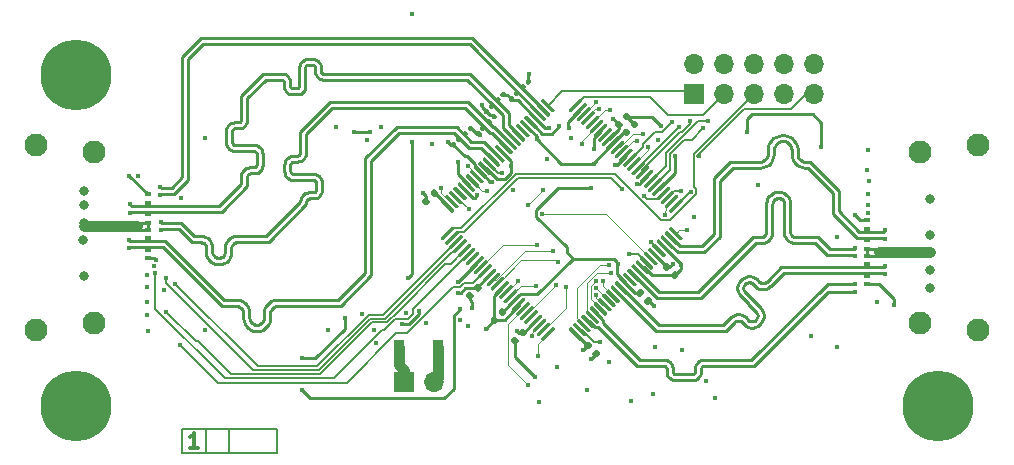
<source format=gbr>
%TF.GenerationSoftware,KiCad,Pcbnew,(5.1.10)-1*%
%TF.CreationDate,2021-07-24T21:30:01+02:00*%
%TF.ProjectId,Trugbild,54727567-6269-46c6-942e-6b696361645f,rev?*%
%TF.SameCoordinates,Original*%
%TF.FileFunction,Copper,L1,Top*%
%TF.FilePolarity,Positive*%
%FSLAX46Y46*%
G04 Gerber Fmt 4.6, Leading zero omitted, Abs format (unit mm)*
G04 Created by KiCad (PCBNEW (5.1.10)-1) date 2021-07-24 21:30:01*
%MOMM*%
%LPD*%
G01*
G04 APERTURE LIST*
%TA.AperFunction,NonConductor*%
%ADD10C,0.300000*%
%TD*%
%TA.AperFunction,ComponentPad*%
%ADD11C,6.000000*%
%TD*%
%TA.AperFunction,ComponentPad*%
%ADD12O,1.700000X1.700000*%
%TD*%
%TA.AperFunction,ComponentPad*%
%ADD13R,1.700000X1.700000*%
%TD*%
%TA.AperFunction,SMDPad,CuDef*%
%ADD14R,0.550000X0.300000*%
%TD*%
%TA.AperFunction,ComponentPad*%
%ADD15C,1.950000*%
%TD*%
%TA.AperFunction,SMDPad,CuDef*%
%ADD16R,0.900000X1.200000*%
%TD*%
%TA.AperFunction,ViaPad*%
%ADD17C,0.800000*%
%TD*%
%TA.AperFunction,ViaPad*%
%ADD18C,0.450000*%
%TD*%
%TA.AperFunction,Conductor*%
%ADD19C,0.152400*%
%TD*%
%TA.AperFunction,Conductor*%
%ADD20C,0.889000*%
%TD*%
%TA.AperFunction,Conductor*%
%ADD21C,0.254000*%
%TD*%
%TA.AperFunction,Conductor*%
%ADD22C,0.100000*%
%TD*%
G04 APERTURE END LIST*
D10*
X118371428Y-122538095D02*
X117628571Y-122538095D01*
X118000000Y-122538095D02*
X118000000Y-121238095D01*
X117876190Y-121423809D01*
X117752380Y-121547619D01*
X117628571Y-121609523D01*
D11*
%TO.P,REF\u002A\u002A,1*%
%TO.N,GND*%
X108000000Y-118950000D03*
%TD*%
%TO.P,REF\u002A\u002A,1*%
%TO.N,GND*%
X181000000Y-118950000D03*
%TD*%
%TO.P,REF\u002A\u002A,1*%
%TO.N,GND*%
X108000000Y-90950000D03*
%TD*%
%TO.P,U2,100*%
%TO.N,/PROG_B*%
%TA.AperFunction,SMDPad,CuDef*%
G36*
G01*
X139831546Y-102598959D02*
X138894630Y-101662043D01*
G75*
G02*
X138894630Y-101555977I53033J53033D01*
G01*
X139000696Y-101449911D01*
G75*
G02*
X139106762Y-101449911I53033J-53033D01*
G01*
X140043678Y-102386827D01*
G75*
G02*
X140043678Y-102492893I-53033J-53033D01*
G01*
X139937612Y-102598959D01*
G75*
G02*
X139831546Y-102598959I-53033J53033D01*
G01*
G37*
%TD.AperFunction*%
%TO.P,U2,99*%
%TO.N,/DQ7*%
%TA.AperFunction,SMDPad,CuDef*%
G36*
G01*
X140185099Y-102245406D02*
X139248183Y-101308490D01*
G75*
G02*
X139248183Y-101202424I53033J53033D01*
G01*
X139354249Y-101096358D01*
G75*
G02*
X139460315Y-101096358I53033J-53033D01*
G01*
X140397231Y-102033274D01*
G75*
G02*
X140397231Y-102139340I-53033J-53033D01*
G01*
X140291165Y-102245406D01*
G75*
G02*
X140185099Y-102245406I-53033J53033D01*
G01*
G37*
%TD.AperFunction*%
%TO.P,U2,98*%
%TO.N,/CKE*%
%TA.AperFunction,SMDPad,CuDef*%
G36*
G01*
X140538652Y-101891852D02*
X139601736Y-100954936D01*
G75*
G02*
X139601736Y-100848870I53033J53033D01*
G01*
X139707802Y-100742804D01*
G75*
G02*
X139813868Y-100742804I53033J-53033D01*
G01*
X140750784Y-101679720D01*
G75*
G02*
X140750784Y-101785786I-53033J-53033D01*
G01*
X140644718Y-101891852D01*
G75*
G02*
X140538652Y-101891852I-53033J53033D01*
G01*
G37*
%TD.AperFunction*%
%TO.P,U2,97*%
%TO.N,N/C*%
%TA.AperFunction,SMDPad,CuDef*%
G36*
G01*
X140892206Y-101538299D02*
X139955290Y-100601383D01*
G75*
G02*
X139955290Y-100495317I53033J53033D01*
G01*
X140061356Y-100389251D01*
G75*
G02*
X140167422Y-100389251I53033J-53033D01*
G01*
X141104338Y-101326167D01*
G75*
G02*
X141104338Y-101432233I-53033J-53033D01*
G01*
X140998272Y-101538299D01*
G75*
G02*
X140892206Y-101538299I-53033J53033D01*
G01*
G37*
%TD.AperFunction*%
%TO.P,U2,96*%
%TO.N,+3V3*%
%TA.AperFunction,SMDPad,CuDef*%
G36*
G01*
X141245759Y-101184745D02*
X140308843Y-100247829D01*
G75*
G02*
X140308843Y-100141763I53033J53033D01*
G01*
X140414909Y-100035697D01*
G75*
G02*
X140520975Y-100035697I53033J-53033D01*
G01*
X141457891Y-100972613D01*
G75*
G02*
X141457891Y-101078679I-53033J-53033D01*
G01*
X141351825Y-101184745D01*
G75*
G02*
X141245759Y-101184745I-53033J53033D01*
G01*
G37*
%TD.AperFunction*%
%TO.P,U2,95*%
%TO.N,GND*%
%TA.AperFunction,SMDPad,CuDef*%
G36*
G01*
X141599313Y-100831192D02*
X140662397Y-99894276D01*
G75*
G02*
X140662397Y-99788210I53033J53033D01*
G01*
X140768463Y-99682144D01*
G75*
G02*
X140874529Y-99682144I53033J-53033D01*
G01*
X141811445Y-100619060D01*
G75*
G02*
X141811445Y-100725126I-53033J-53033D01*
G01*
X141705379Y-100831192D01*
G75*
G02*
X141599313Y-100831192I-53033J53033D01*
G01*
G37*
%TD.AperFunction*%
%TO.P,U2,94*%
%TO.N,/DQM*%
%TA.AperFunction,SMDPad,CuDef*%
G36*
G01*
X141952866Y-100477639D02*
X141015950Y-99540723D01*
G75*
G02*
X141015950Y-99434657I53033J53033D01*
G01*
X141122016Y-99328591D01*
G75*
G02*
X141228082Y-99328591I53033J-53033D01*
G01*
X142164998Y-100265507D01*
G75*
G02*
X142164998Y-100371573I-53033J-53033D01*
G01*
X142058932Y-100477639D01*
G75*
G02*
X141952866Y-100477639I-53033J53033D01*
G01*
G37*
%TD.AperFunction*%
%TO.P,U2,93*%
%TO.N,/DQ4*%
%TA.AperFunction,SMDPad,CuDef*%
G36*
G01*
X142306419Y-100124085D02*
X141369503Y-99187169D01*
G75*
G02*
X141369503Y-99081103I53033J53033D01*
G01*
X141475569Y-98975037D01*
G75*
G02*
X141581635Y-98975037I53033J-53033D01*
G01*
X142518551Y-99911953D01*
G75*
G02*
X142518551Y-100018019I-53033J-53033D01*
G01*
X142412485Y-100124085D01*
G75*
G02*
X142306419Y-100124085I-53033J53033D01*
G01*
G37*
%TD.AperFunction*%
%TO.P,U2,92*%
%TO.N,+3V3*%
%TA.AperFunction,SMDPad,CuDef*%
G36*
G01*
X142659973Y-99770532D02*
X141723057Y-98833616D01*
G75*
G02*
X141723057Y-98727550I53033J53033D01*
G01*
X141829123Y-98621484D01*
G75*
G02*
X141935189Y-98621484I53033J-53033D01*
G01*
X142872105Y-99558400D01*
G75*
G02*
X142872105Y-99664466I-53033J-53033D01*
G01*
X142766039Y-99770532D01*
G75*
G02*
X142659973Y-99770532I-53033J53033D01*
G01*
G37*
%TD.AperFunction*%
%TO.P,U2,91*%
%TO.N,GND*%
%TA.AperFunction,SMDPad,CuDef*%
G36*
G01*
X143013526Y-99416978D02*
X142076610Y-98480062D01*
G75*
G02*
X142076610Y-98373996I53033J53033D01*
G01*
X142182676Y-98267930D01*
G75*
G02*
X142288742Y-98267930I53033J-53033D01*
G01*
X143225658Y-99204846D01*
G75*
G02*
X143225658Y-99310912I-53033J-53033D01*
G01*
X143119592Y-99416978D01*
G75*
G02*
X143013526Y-99416978I-53033J53033D01*
G01*
G37*
%TD.AperFunction*%
%TO.P,U2,90*%
%TO.N,Net-(R19-Pad1)*%
%TA.AperFunction,SMDPad,CuDef*%
G36*
G01*
X143367080Y-99063425D02*
X142430164Y-98126509D01*
G75*
G02*
X142430164Y-98020443I53033J53033D01*
G01*
X142536230Y-97914377D01*
G75*
G02*
X142642296Y-97914377I53033J-53033D01*
G01*
X143579212Y-98851293D01*
G75*
G02*
X143579212Y-98957359I-53033J-53033D01*
G01*
X143473146Y-99063425D01*
G75*
G02*
X143367080Y-99063425I-53033J53033D01*
G01*
G37*
%TD.AperFunction*%
%TO.P,U2,89*%
%TO.N,/CK_IN_N*%
%TA.AperFunction,SMDPad,CuDef*%
G36*
G01*
X143720633Y-98709872D02*
X142783717Y-97772956D01*
G75*
G02*
X142783717Y-97666890I53033J53033D01*
G01*
X142889783Y-97560824D01*
G75*
G02*
X142995849Y-97560824I53033J-53033D01*
G01*
X143932765Y-98497740D01*
G75*
G02*
X143932765Y-98603806I-53033J-53033D01*
G01*
X143826699Y-98709872D01*
G75*
G02*
X143720633Y-98709872I-53033J53033D01*
G01*
G37*
%TD.AperFunction*%
%TO.P,U2,88*%
%TO.N,/CK_IN_P*%
%TA.AperFunction,SMDPad,CuDef*%
G36*
G01*
X144074186Y-98356318D02*
X143137270Y-97419402D01*
G75*
G02*
X143137270Y-97313336I53033J53033D01*
G01*
X143243336Y-97207270D01*
G75*
G02*
X143349402Y-97207270I53033J-53033D01*
G01*
X144286318Y-98144186D01*
G75*
G02*
X144286318Y-98250252I-53033J-53033D01*
G01*
X144180252Y-98356318D01*
G75*
G02*
X144074186Y-98356318I-53033J53033D01*
G01*
G37*
%TD.AperFunction*%
%TO.P,U2,87*%
%TO.N,GND*%
%TA.AperFunction,SMDPad,CuDef*%
G36*
G01*
X144427740Y-98002765D02*
X143490824Y-97065849D01*
G75*
G02*
X143490824Y-96959783I53033J53033D01*
G01*
X143596890Y-96853717D01*
G75*
G02*
X143702956Y-96853717I53033J-53033D01*
G01*
X144639872Y-97790633D01*
G75*
G02*
X144639872Y-97896699I-53033J-53033D01*
G01*
X144533806Y-98002765D01*
G75*
G02*
X144427740Y-98002765I-53033J53033D01*
G01*
G37*
%TD.AperFunction*%
%TO.P,U2,86*%
%TO.N,/D0_IN_N*%
%TA.AperFunction,SMDPad,CuDef*%
G36*
G01*
X144781293Y-97649212D02*
X143844377Y-96712296D01*
G75*
G02*
X143844377Y-96606230I53033J53033D01*
G01*
X143950443Y-96500164D01*
G75*
G02*
X144056509Y-96500164I53033J-53033D01*
G01*
X144993425Y-97437080D01*
G75*
G02*
X144993425Y-97543146I-53033J-53033D01*
G01*
X144887359Y-97649212D01*
G75*
G02*
X144781293Y-97649212I-53033J53033D01*
G01*
G37*
%TD.AperFunction*%
%TO.P,U2,85*%
%TO.N,/D0_IN_P*%
%TA.AperFunction,SMDPad,CuDef*%
G36*
G01*
X145134846Y-97295658D02*
X144197930Y-96358742D01*
G75*
G02*
X144197930Y-96252676I53033J53033D01*
G01*
X144303996Y-96146610D01*
G75*
G02*
X144410062Y-96146610I53033J-53033D01*
G01*
X145346978Y-97083526D01*
G75*
G02*
X145346978Y-97189592I-53033J-53033D01*
G01*
X145240912Y-97295658D01*
G75*
G02*
X145134846Y-97295658I-53033J53033D01*
G01*
G37*
%TD.AperFunction*%
%TO.P,U2,84*%
%TO.N,/D1_IN_N*%
%TA.AperFunction,SMDPad,CuDef*%
G36*
G01*
X145488400Y-96942105D02*
X144551484Y-96005189D01*
G75*
G02*
X144551484Y-95899123I53033J53033D01*
G01*
X144657550Y-95793057D01*
G75*
G02*
X144763616Y-95793057I53033J-53033D01*
G01*
X145700532Y-96729973D01*
G75*
G02*
X145700532Y-96836039I-53033J-53033D01*
G01*
X145594466Y-96942105D01*
G75*
G02*
X145488400Y-96942105I-53033J53033D01*
G01*
G37*
%TD.AperFunction*%
%TO.P,U2,83*%
%TO.N,/D1_IN_P*%
%TA.AperFunction,SMDPad,CuDef*%
G36*
G01*
X145841953Y-96588551D02*
X144905037Y-95651635D01*
G75*
G02*
X144905037Y-95545569I53033J53033D01*
G01*
X145011103Y-95439503D01*
G75*
G02*
X145117169Y-95439503I53033J-53033D01*
G01*
X146054085Y-96376419D01*
G75*
G02*
X146054085Y-96482485I-53033J-53033D01*
G01*
X145948019Y-96588551D01*
G75*
G02*
X145841953Y-96588551I-53033J53033D01*
G01*
G37*
%TD.AperFunction*%
%TO.P,U2,82*%
%TO.N,N/C*%
%TA.AperFunction,SMDPad,CuDef*%
G36*
G01*
X146195507Y-96234998D02*
X145258591Y-95298082D01*
G75*
G02*
X145258591Y-95192016I53033J53033D01*
G01*
X145364657Y-95085950D01*
G75*
G02*
X145470723Y-95085950I53033J-53033D01*
G01*
X146407639Y-96022866D01*
G75*
G02*
X146407639Y-96128932I-53033J-53033D01*
G01*
X146301573Y-96234998D01*
G75*
G02*
X146195507Y-96234998I-53033J53033D01*
G01*
G37*
%TD.AperFunction*%
%TO.P,U2,81*%
%TO.N,+1V2*%
%TA.AperFunction,SMDPad,CuDef*%
G36*
G01*
X146549060Y-95881445D02*
X145612144Y-94944529D01*
G75*
G02*
X145612144Y-94838463I53033J53033D01*
G01*
X145718210Y-94732397D01*
G75*
G02*
X145824276Y-94732397I53033J-53033D01*
G01*
X146761192Y-95669313D01*
G75*
G02*
X146761192Y-95775379I-53033J-53033D01*
G01*
X146655126Y-95881445D01*
G75*
G02*
X146549060Y-95881445I-53033J53033D01*
G01*
G37*
%TD.AperFunction*%
%TO.P,U2,80*%
%TO.N,GND*%
%TA.AperFunction,SMDPad,CuDef*%
G36*
G01*
X146902613Y-95527891D02*
X145965697Y-94590975D01*
G75*
G02*
X145965697Y-94484909I53033J53033D01*
G01*
X146071763Y-94378843D01*
G75*
G02*
X146177829Y-94378843I53033J-53033D01*
G01*
X147114745Y-95315759D01*
G75*
G02*
X147114745Y-95421825I-53033J-53033D01*
G01*
X147008679Y-95527891D01*
G75*
G02*
X146902613Y-95527891I-53033J53033D01*
G01*
G37*
%TD.AperFunction*%
%TO.P,U2,79*%
%TO.N,+3V3*%
%TA.AperFunction,SMDPad,CuDef*%
G36*
G01*
X147256167Y-95174338D02*
X146319251Y-94237422D01*
G75*
G02*
X146319251Y-94131356I53033J53033D01*
G01*
X146425317Y-94025290D01*
G75*
G02*
X146531383Y-94025290I53033J-53033D01*
G01*
X147468299Y-94962206D01*
G75*
G02*
X147468299Y-95068272I-53033J-53033D01*
G01*
X147362233Y-95174338D01*
G75*
G02*
X147256167Y-95174338I-53033J53033D01*
G01*
G37*
%TD.AperFunction*%
%TO.P,U2,78*%
%TO.N,/D2_IN_N*%
%TA.AperFunction,SMDPad,CuDef*%
G36*
G01*
X147609720Y-94820784D02*
X146672804Y-93883868D01*
G75*
G02*
X146672804Y-93777802I53033J53033D01*
G01*
X146778870Y-93671736D01*
G75*
G02*
X146884936Y-93671736I53033J-53033D01*
G01*
X147821852Y-94608652D01*
G75*
G02*
X147821852Y-94714718I-53033J-53033D01*
G01*
X147715786Y-94820784D01*
G75*
G02*
X147609720Y-94820784I-53033J53033D01*
G01*
G37*
%TD.AperFunction*%
%TO.P,U2,77*%
%TO.N,/D2_IN_P*%
%TA.AperFunction,SMDPad,CuDef*%
G36*
G01*
X147963274Y-94467231D02*
X147026358Y-93530315D01*
G75*
G02*
X147026358Y-93424249I53033J53033D01*
G01*
X147132424Y-93318183D01*
G75*
G02*
X147238490Y-93318183I53033J-53033D01*
G01*
X148175406Y-94255099D01*
G75*
G02*
X148175406Y-94361165I-53033J-53033D01*
G01*
X148069340Y-94467231D01*
G75*
G02*
X147963274Y-94467231I-53033J53033D01*
G01*
G37*
%TD.AperFunction*%
%TO.P,U2,76*%
%TO.N,/TCK*%
%TA.AperFunction,SMDPad,CuDef*%
G36*
G01*
X148316827Y-94113678D02*
X147379911Y-93176762D01*
G75*
G02*
X147379911Y-93070696I53033J53033D01*
G01*
X147485977Y-92964630D01*
G75*
G02*
X147592043Y-92964630I53033J-53033D01*
G01*
X148528959Y-93901546D01*
G75*
G02*
X148528959Y-94007612I-53033J-53033D01*
G01*
X148422893Y-94113678D01*
G75*
G02*
X148316827Y-94113678I-53033J53033D01*
G01*
G37*
%TD.AperFunction*%
%TO.P,U2,75*%
%TO.N,/TDO*%
%TA.AperFunction,SMDPad,CuDef*%
G36*
G01*
X149837107Y-94113678D02*
X149731041Y-94007612D01*
G75*
G02*
X149731041Y-93901546I53033J53033D01*
G01*
X150667957Y-92964630D01*
G75*
G02*
X150774023Y-92964630I53033J-53033D01*
G01*
X150880089Y-93070696D01*
G75*
G02*
X150880089Y-93176762I-53033J-53033D01*
G01*
X149943173Y-94113678D01*
G75*
G02*
X149837107Y-94113678I-53033J53033D01*
G01*
G37*
%TD.AperFunction*%
%TO.P,U2,74*%
%TO.N,GND*%
%TA.AperFunction,SMDPad,CuDef*%
G36*
G01*
X150190660Y-94467231D02*
X150084594Y-94361165D01*
G75*
G02*
X150084594Y-94255099I53033J53033D01*
G01*
X151021510Y-93318183D01*
G75*
G02*
X151127576Y-93318183I53033J-53033D01*
G01*
X151233642Y-93424249D01*
G75*
G02*
X151233642Y-93530315I-53033J-53033D01*
G01*
X150296726Y-94467231D01*
G75*
G02*
X150190660Y-94467231I-53033J53033D01*
G01*
G37*
%TD.AperFunction*%
%TO.P,U2,73*%
%TO.N,/A11*%
%TA.AperFunction,SMDPad,CuDef*%
G36*
G01*
X150544214Y-94820784D02*
X150438148Y-94714718D01*
G75*
G02*
X150438148Y-94608652I53033J53033D01*
G01*
X151375064Y-93671736D01*
G75*
G02*
X151481130Y-93671736I53033J-53033D01*
G01*
X151587196Y-93777802D01*
G75*
G02*
X151587196Y-93883868I-53033J-53033D01*
G01*
X150650280Y-94820784D01*
G75*
G02*
X150544214Y-94820784I-53033J53033D01*
G01*
G37*
%TD.AperFunction*%
%TO.P,U2,72*%
%TO.N,/A12*%
%TA.AperFunction,SMDPad,CuDef*%
G36*
G01*
X150897767Y-95174338D02*
X150791701Y-95068272D01*
G75*
G02*
X150791701Y-94962206I53033J53033D01*
G01*
X151728617Y-94025290D01*
G75*
G02*
X151834683Y-94025290I53033J-53033D01*
G01*
X151940749Y-94131356D01*
G75*
G02*
X151940749Y-94237422I-53033J-53033D01*
G01*
X151003833Y-95174338D01*
G75*
G02*
X150897767Y-95174338I-53033J53033D01*
G01*
G37*
%TD.AperFunction*%
%TO.P,U2,71*%
%TO.N,/A9*%
%TA.AperFunction,SMDPad,CuDef*%
G36*
G01*
X151251321Y-95527891D02*
X151145255Y-95421825D01*
G75*
G02*
X151145255Y-95315759I53033J53033D01*
G01*
X152082171Y-94378843D01*
G75*
G02*
X152188237Y-94378843I53033J-53033D01*
G01*
X152294303Y-94484909D01*
G75*
G02*
X152294303Y-94590975I-53033J-53033D01*
G01*
X151357387Y-95527891D01*
G75*
G02*
X151251321Y-95527891I-53033J53033D01*
G01*
G37*
%TD.AperFunction*%
%TO.P,U2,70*%
%TO.N,/CLK*%
%TA.AperFunction,SMDPad,CuDef*%
G36*
G01*
X151604874Y-95881445D02*
X151498808Y-95775379D01*
G75*
G02*
X151498808Y-95669313I53033J53033D01*
G01*
X152435724Y-94732397D01*
G75*
G02*
X152541790Y-94732397I53033J-53033D01*
G01*
X152647856Y-94838463D01*
G75*
G02*
X152647856Y-94944529I-53033J-53033D01*
G01*
X151710940Y-95881445D01*
G75*
G02*
X151604874Y-95881445I-53033J53033D01*
G01*
G37*
%TD.AperFunction*%
%TO.P,U2,69*%
%TO.N,GND*%
%TA.AperFunction,SMDPad,CuDef*%
G36*
G01*
X151958427Y-96234998D02*
X151852361Y-96128932D01*
G75*
G02*
X151852361Y-96022866I53033J53033D01*
G01*
X152789277Y-95085950D01*
G75*
G02*
X152895343Y-95085950I53033J-53033D01*
G01*
X153001409Y-95192016D01*
G75*
G02*
X153001409Y-95298082I-53033J-53033D01*
G01*
X152064493Y-96234998D01*
G75*
G02*
X151958427Y-96234998I-53033J53033D01*
G01*
G37*
%TD.AperFunction*%
%TO.P,U2,68*%
%TO.N,N/C*%
%TA.AperFunction,SMDPad,CuDef*%
G36*
G01*
X152311981Y-96588551D02*
X152205915Y-96482485D01*
G75*
G02*
X152205915Y-96376419I53033J53033D01*
G01*
X153142831Y-95439503D01*
G75*
G02*
X153248897Y-95439503I53033J-53033D01*
G01*
X153354963Y-95545569D01*
G75*
G02*
X153354963Y-95651635I-53033J-53033D01*
G01*
X152418047Y-96588551D01*
G75*
G02*
X152311981Y-96588551I-53033J53033D01*
G01*
G37*
%TD.AperFunction*%
%TO.P,U2,67*%
%TO.N,+3V3*%
%TA.AperFunction,SMDPad,CuDef*%
G36*
G01*
X152665534Y-96942105D02*
X152559468Y-96836039D01*
G75*
G02*
X152559468Y-96729973I53033J53033D01*
G01*
X153496384Y-95793057D01*
G75*
G02*
X153602450Y-95793057I53033J-53033D01*
G01*
X153708516Y-95899123D01*
G75*
G02*
X153708516Y-96005189I-53033J-53033D01*
G01*
X152771600Y-96942105D01*
G75*
G02*
X152665534Y-96942105I-53033J53033D01*
G01*
G37*
%TD.AperFunction*%
%TO.P,U2,66*%
%TO.N,+1V2*%
%TA.AperFunction,SMDPad,CuDef*%
G36*
G01*
X153019088Y-97295658D02*
X152913022Y-97189592D01*
G75*
G02*
X152913022Y-97083526I53033J53033D01*
G01*
X153849938Y-96146610D01*
G75*
G02*
X153956004Y-96146610I53033J-53033D01*
G01*
X154062070Y-96252676D01*
G75*
G02*
X154062070Y-96358742I-53033J-53033D01*
G01*
X153125154Y-97295658D01*
G75*
G02*
X153019088Y-97295658I-53033J53033D01*
G01*
G37*
%TD.AperFunction*%
%TO.P,U2,65*%
%TO.N,/A7*%
%TA.AperFunction,SMDPad,CuDef*%
G36*
G01*
X153372641Y-97649212D02*
X153266575Y-97543146D01*
G75*
G02*
X153266575Y-97437080I53033J53033D01*
G01*
X154203491Y-96500164D01*
G75*
G02*
X154309557Y-96500164I53033J-53033D01*
G01*
X154415623Y-96606230D01*
G75*
G02*
X154415623Y-96712296I-53033J-53033D01*
G01*
X153478707Y-97649212D01*
G75*
G02*
X153372641Y-97649212I-53033J53033D01*
G01*
G37*
%TD.AperFunction*%
%TO.P,U2,64*%
%TO.N,/A8*%
%TA.AperFunction,SMDPad,CuDef*%
G36*
G01*
X153726194Y-98002765D02*
X153620128Y-97896699D01*
G75*
G02*
X153620128Y-97790633I53033J53033D01*
G01*
X154557044Y-96853717D01*
G75*
G02*
X154663110Y-96853717I53033J-53033D01*
G01*
X154769176Y-96959783D01*
G75*
G02*
X154769176Y-97065849I-53033J-53033D01*
G01*
X153832260Y-98002765D01*
G75*
G02*
X153726194Y-98002765I-53033J53033D01*
G01*
G37*
%TD.AperFunction*%
%TO.P,U2,63*%
%TO.N,GND*%
%TA.AperFunction,SMDPad,CuDef*%
G36*
G01*
X154079748Y-98356318D02*
X153973682Y-98250252D01*
G75*
G02*
X153973682Y-98144186I53033J53033D01*
G01*
X154910598Y-97207270D01*
G75*
G02*
X155016664Y-97207270I53033J-53033D01*
G01*
X155122730Y-97313336D01*
G75*
G02*
X155122730Y-97419402I-53033J-53033D01*
G01*
X154185814Y-98356318D01*
G75*
G02*
X154079748Y-98356318I-53033J53033D01*
G01*
G37*
%TD.AperFunction*%
%TO.P,U2,62*%
%TO.N,/HPD_OUT*%
%TA.AperFunction,SMDPad,CuDef*%
G36*
G01*
X154433301Y-98709872D02*
X154327235Y-98603806D01*
G75*
G02*
X154327235Y-98497740I53033J53033D01*
G01*
X155264151Y-97560824D01*
G75*
G02*
X155370217Y-97560824I53033J-53033D01*
G01*
X155476283Y-97666890D01*
G75*
G02*
X155476283Y-97772956I-53033J-53033D01*
G01*
X154539367Y-98709872D01*
G75*
G02*
X154433301Y-98709872I-53033J53033D01*
G01*
G37*
%TD.AperFunction*%
%TO.P,U2,61*%
%TO.N,/A6*%
%TA.AperFunction,SMDPad,CuDef*%
G36*
G01*
X154786854Y-99063425D02*
X154680788Y-98957359D01*
G75*
G02*
X154680788Y-98851293I53033J53033D01*
G01*
X155617704Y-97914377D01*
G75*
G02*
X155723770Y-97914377I53033J-53033D01*
G01*
X155829836Y-98020443D01*
G75*
G02*
X155829836Y-98126509I-53033J-53033D01*
G01*
X154892920Y-99063425D01*
G75*
G02*
X154786854Y-99063425I-53033J53033D01*
G01*
G37*
%TD.AperFunction*%
%TO.P,U2,60*%
%TO.N,/SDA_OUT*%
%TA.AperFunction,SMDPad,CuDef*%
G36*
G01*
X155140408Y-99416978D02*
X155034342Y-99310912D01*
G75*
G02*
X155034342Y-99204846I53033J53033D01*
G01*
X155971258Y-98267930D01*
G75*
G02*
X156077324Y-98267930I53033J-53033D01*
G01*
X156183390Y-98373996D01*
G75*
G02*
X156183390Y-98480062I-53033J-53033D01*
G01*
X155246474Y-99416978D01*
G75*
G02*
X155140408Y-99416978I-53033J53033D01*
G01*
G37*
%TD.AperFunction*%
%TO.P,U2,59*%
%TO.N,/SCL_OUT*%
%TA.AperFunction,SMDPad,CuDef*%
G36*
G01*
X155493961Y-99770532D02*
X155387895Y-99664466D01*
G75*
G02*
X155387895Y-99558400I53033J53033D01*
G01*
X156324811Y-98621484D01*
G75*
G02*
X156430877Y-98621484I53033J-53033D01*
G01*
X156536943Y-98727550D01*
G75*
G02*
X156536943Y-98833616I-53033J-53033D01*
G01*
X155600027Y-99770532D01*
G75*
G02*
X155493961Y-99770532I-53033J53033D01*
G01*
G37*
%TD.AperFunction*%
%TO.P,U2,58*%
%TO.N,GND*%
%TA.AperFunction,SMDPad,CuDef*%
G36*
G01*
X155847515Y-100124085D02*
X155741449Y-100018019D01*
G75*
G02*
X155741449Y-99911953I53033J53033D01*
G01*
X156678365Y-98975037D01*
G75*
G02*
X156784431Y-98975037I53033J-53033D01*
G01*
X156890497Y-99081103D01*
G75*
G02*
X156890497Y-99187169I-53033J-53033D01*
G01*
X155953581Y-100124085D01*
G75*
G02*
X155847515Y-100124085I-53033J53033D01*
G01*
G37*
%TD.AperFunction*%
%TO.P,U2,57*%
%TO.N,/UTIL_OUT*%
%TA.AperFunction,SMDPad,CuDef*%
G36*
G01*
X156201068Y-100477639D02*
X156095002Y-100371573D01*
G75*
G02*
X156095002Y-100265507I53033J53033D01*
G01*
X157031918Y-99328591D01*
G75*
G02*
X157137984Y-99328591I53033J-53033D01*
G01*
X157244050Y-99434657D01*
G75*
G02*
X157244050Y-99540723I-53033J-53033D01*
G01*
X156307134Y-100477639D01*
G75*
G02*
X156201068Y-100477639I-53033J53033D01*
G01*
G37*
%TD.AperFunction*%
%TO.P,U2,56*%
%TO.N,/CEC_OUT*%
%TA.AperFunction,SMDPad,CuDef*%
G36*
G01*
X156554621Y-100831192D02*
X156448555Y-100725126D01*
G75*
G02*
X156448555Y-100619060I53033J53033D01*
G01*
X157385471Y-99682144D01*
G75*
G02*
X157491537Y-99682144I53033J-53033D01*
G01*
X157597603Y-99788210D01*
G75*
G02*
X157597603Y-99894276I-53033J-53033D01*
G01*
X156660687Y-100831192D01*
G75*
G02*
X156554621Y-100831192I-53033J53033D01*
G01*
G37*
%TD.AperFunction*%
%TO.P,U2,55*%
%TO.N,+3V3*%
%TA.AperFunction,SMDPad,CuDef*%
G36*
G01*
X156908175Y-101184745D02*
X156802109Y-101078679D01*
G75*
G02*
X156802109Y-100972613I53033J53033D01*
G01*
X157739025Y-100035697D01*
G75*
G02*
X157845091Y-100035697I53033J-53033D01*
G01*
X157951157Y-100141763D01*
G75*
G02*
X157951157Y-100247829I-53033J-53033D01*
G01*
X157014241Y-101184745D01*
G75*
G02*
X156908175Y-101184745I-53033J53033D01*
G01*
G37*
%TD.AperFunction*%
%TO.P,U2,54*%
%TO.N,/DONE*%
%TA.AperFunction,SMDPad,CuDef*%
G36*
G01*
X157261728Y-101538299D02*
X157155662Y-101432233D01*
G75*
G02*
X157155662Y-101326167I53033J53033D01*
G01*
X158092578Y-100389251D01*
G75*
G02*
X158198644Y-100389251I53033J-53033D01*
G01*
X158304710Y-100495317D01*
G75*
G02*
X158304710Y-100601383I-53033J-53033D01*
G01*
X157367794Y-101538299D01*
G75*
G02*
X157261728Y-101538299I-53033J53033D01*
G01*
G37*
%TD.AperFunction*%
%TO.P,U2,53*%
%TO.N,/SCK*%
%TA.AperFunction,SMDPad,CuDef*%
G36*
G01*
X157615282Y-101891852D02*
X157509216Y-101785786D01*
G75*
G02*
X157509216Y-101679720I53033J53033D01*
G01*
X158446132Y-100742804D01*
G75*
G02*
X158552198Y-100742804I53033J-53033D01*
G01*
X158658264Y-100848870D01*
G75*
G02*
X158658264Y-100954936I-53033J-53033D01*
G01*
X157721348Y-101891852D01*
G75*
G02*
X157615282Y-101891852I-53033J53033D01*
G01*
G37*
%TD.AperFunction*%
%TO.P,U2,52*%
%TO.N,/DQ3*%
%TA.AperFunction,SMDPad,CuDef*%
G36*
G01*
X157968835Y-102245406D02*
X157862769Y-102139340D01*
G75*
G02*
X157862769Y-102033274I53033J53033D01*
G01*
X158799685Y-101096358D01*
G75*
G02*
X158905751Y-101096358I53033J-53033D01*
G01*
X159011817Y-101202424D01*
G75*
G02*
X159011817Y-101308490I-53033J-53033D01*
G01*
X158074901Y-102245406D01*
G75*
G02*
X157968835Y-102245406I-53033J53033D01*
G01*
G37*
%TD.AperFunction*%
%TO.P,U2,51*%
%TO.N,/SO*%
%TA.AperFunction,SMDPad,CuDef*%
G36*
G01*
X158322388Y-102598959D02*
X158216322Y-102492893D01*
G75*
G02*
X158216322Y-102386827I53033J53033D01*
G01*
X159153238Y-101449911D01*
G75*
G02*
X159259304Y-101449911I53033J-53033D01*
G01*
X159365370Y-101555977D01*
G75*
G02*
X159365370Y-101662043I-53033J-53033D01*
G01*
X158428454Y-102598959D01*
G75*
G02*
X158322388Y-102598959I-53033J53033D01*
G01*
G37*
%TD.AperFunction*%
%TO.P,U2,50*%
%TO.N,/DQ0*%
%TA.AperFunction,SMDPad,CuDef*%
G36*
G01*
X159153238Y-104950089D02*
X158216322Y-104013173D01*
G75*
G02*
X158216322Y-103907107I53033J53033D01*
G01*
X158322388Y-103801041D01*
G75*
G02*
X158428454Y-103801041I53033J-53033D01*
G01*
X159365370Y-104737957D01*
G75*
G02*
X159365370Y-104844023I-53033J-53033D01*
G01*
X159259304Y-104950089D01*
G75*
G02*
X159153238Y-104950089I-53033J53033D01*
G01*
G37*
%TD.AperFunction*%
%TO.P,U2,49*%
%TO.N,/CK_OUT_N*%
%TA.AperFunction,SMDPad,CuDef*%
G36*
G01*
X158799685Y-105303642D02*
X157862769Y-104366726D01*
G75*
G02*
X157862769Y-104260660I53033J53033D01*
G01*
X157968835Y-104154594D01*
G75*
G02*
X158074901Y-104154594I53033J-53033D01*
G01*
X159011817Y-105091510D01*
G75*
G02*
X159011817Y-105197576I-53033J-53033D01*
G01*
X158905751Y-105303642D01*
G75*
G02*
X158799685Y-105303642I-53033J53033D01*
G01*
G37*
%TD.AperFunction*%
%TO.P,U2,48*%
%TO.N,/CK_OUT_P*%
%TA.AperFunction,SMDPad,CuDef*%
G36*
G01*
X158446132Y-105657196D02*
X157509216Y-104720280D01*
G75*
G02*
X157509216Y-104614214I53033J53033D01*
G01*
X157615282Y-104508148D01*
G75*
G02*
X157721348Y-104508148I53033J-53033D01*
G01*
X158658264Y-105445064D01*
G75*
G02*
X158658264Y-105551130I-53033J-53033D01*
G01*
X158552198Y-105657196D01*
G75*
G02*
X158446132Y-105657196I-53033J53033D01*
G01*
G37*
%TD.AperFunction*%
%TO.P,U2,47*%
%TO.N,GND*%
%TA.AperFunction,SMDPad,CuDef*%
G36*
G01*
X158092578Y-106010749D02*
X157155662Y-105073833D01*
G75*
G02*
X157155662Y-104967767I53033J53033D01*
G01*
X157261728Y-104861701D01*
G75*
G02*
X157367794Y-104861701I53033J-53033D01*
G01*
X158304710Y-105798617D01*
G75*
G02*
X158304710Y-105904683I-53033J-53033D01*
G01*
X158198644Y-106010749D01*
G75*
G02*
X158092578Y-106010749I-53033J53033D01*
G01*
G37*
%TD.AperFunction*%
%TO.P,U2,46*%
%TO.N,/SI*%
%TA.AperFunction,SMDPad,CuDef*%
G36*
G01*
X157739025Y-106364303D02*
X156802109Y-105427387D01*
G75*
G02*
X156802109Y-105321321I53033J53033D01*
G01*
X156908175Y-105215255D01*
G75*
G02*
X157014241Y-105215255I53033J-53033D01*
G01*
X157951157Y-106152171D01*
G75*
G02*
X157951157Y-106258237I-53033J-53033D01*
G01*
X157845091Y-106364303D01*
G75*
G02*
X157739025Y-106364303I-53033J53033D01*
G01*
G37*
%TD.AperFunction*%
%TO.P,U2,45*%
%TO.N,+3V3*%
%TA.AperFunction,SMDPad,CuDef*%
G36*
G01*
X157385471Y-106717856D02*
X156448555Y-105780940D01*
G75*
G02*
X156448555Y-105674874I53033J53033D01*
G01*
X156554621Y-105568808D01*
G75*
G02*
X156660687Y-105568808I53033J-53033D01*
G01*
X157597603Y-106505724D01*
G75*
G02*
X157597603Y-106611790I-53033J-53033D01*
G01*
X157491537Y-106717856D01*
G75*
G02*
X157385471Y-106717856I-53033J53033D01*
G01*
G37*
%TD.AperFunction*%
%TO.P,U2,44*%
%TO.N,/A5*%
%TA.AperFunction,SMDPad,CuDef*%
G36*
G01*
X157031918Y-107071409D02*
X156095002Y-106134493D01*
G75*
G02*
X156095002Y-106028427I53033J53033D01*
G01*
X156201068Y-105922361D01*
G75*
G02*
X156307134Y-105922361I53033J-53033D01*
G01*
X157244050Y-106859277D01*
G75*
G02*
X157244050Y-106965343I-53033J-53033D01*
G01*
X157137984Y-107071409D01*
G75*
G02*
X157031918Y-107071409I-53033J53033D01*
G01*
G37*
%TD.AperFunction*%
%TO.P,U2,43*%
%TO.N,Net-(U2-Pad43)*%
%TA.AperFunction,SMDPad,CuDef*%
G36*
G01*
X156678365Y-107424963D02*
X155741449Y-106488047D01*
G75*
G02*
X155741449Y-106381981I53033J53033D01*
G01*
X155847515Y-106275915D01*
G75*
G02*
X155953581Y-106275915I53033J-53033D01*
G01*
X156890497Y-107212831D01*
G75*
G02*
X156890497Y-107318897I-53033J-53033D01*
G01*
X156784431Y-107424963D01*
G75*
G02*
X156678365Y-107424963I-53033J53033D01*
G01*
G37*
%TD.AperFunction*%
%TO.P,U2,42*%
%TO.N,GND*%
%TA.AperFunction,SMDPad,CuDef*%
G36*
G01*
X156324811Y-107778516D02*
X155387895Y-106841600D01*
G75*
G02*
X155387895Y-106735534I53033J53033D01*
G01*
X155493961Y-106629468D01*
G75*
G02*
X155600027Y-106629468I53033J-53033D01*
G01*
X156536943Y-107566384D01*
G75*
G02*
X156536943Y-107672450I-53033J-53033D01*
G01*
X156430877Y-107778516D01*
G75*
G02*
X156324811Y-107778516I-53033J53033D01*
G01*
G37*
%TD.AperFunction*%
%TO.P,U2,41*%
%TO.N,/D0_OUT_N*%
%TA.AperFunction,SMDPad,CuDef*%
G36*
G01*
X155971258Y-108132070D02*
X155034342Y-107195154D01*
G75*
G02*
X155034342Y-107089088I53033J53033D01*
G01*
X155140408Y-106983022D01*
G75*
G02*
X155246474Y-106983022I53033J-53033D01*
G01*
X156183390Y-107919938D01*
G75*
G02*
X156183390Y-108026004I-53033J-53033D01*
G01*
X156077324Y-108132070D01*
G75*
G02*
X155971258Y-108132070I-53033J53033D01*
G01*
G37*
%TD.AperFunction*%
%TO.P,U2,40*%
%TO.N,/D0_OUT_P*%
%TA.AperFunction,SMDPad,CuDef*%
G36*
G01*
X155617704Y-108485623D02*
X154680788Y-107548707D01*
G75*
G02*
X154680788Y-107442641I53033J53033D01*
G01*
X154786854Y-107336575D01*
G75*
G02*
X154892920Y-107336575I53033J-53033D01*
G01*
X155829836Y-108273491D01*
G75*
G02*
X155829836Y-108379557I-53033J-53033D01*
G01*
X155723770Y-108485623D01*
G75*
G02*
X155617704Y-108485623I-53033J53033D01*
G01*
G37*
%TD.AperFunction*%
%TO.P,U2,39*%
%TO.N,N/C*%
%TA.AperFunction,SMDPad,CuDef*%
G36*
G01*
X155264151Y-108839176D02*
X154327235Y-107902260D01*
G75*
G02*
X154327235Y-107796194I53033J53033D01*
G01*
X154433301Y-107690128D01*
G75*
G02*
X154539367Y-107690128I53033J-53033D01*
G01*
X155476283Y-108627044D01*
G75*
G02*
X155476283Y-108733110I-53033J-53033D01*
G01*
X155370217Y-108839176D01*
G75*
G02*
X155264151Y-108839176I-53033J53033D01*
G01*
G37*
%TD.AperFunction*%
%TO.P,U2,38*%
%TO.N,+1V2*%
%TA.AperFunction,SMDPad,CuDef*%
G36*
G01*
X154910598Y-109192730D02*
X153973682Y-108255814D01*
G75*
G02*
X153973682Y-108149748I53033J53033D01*
G01*
X154079748Y-108043682D01*
G75*
G02*
X154185814Y-108043682I53033J-53033D01*
G01*
X155122730Y-108980598D01*
G75*
G02*
X155122730Y-109086664I-53033J-53033D01*
G01*
X155016664Y-109192730D01*
G75*
G02*
X154910598Y-109192730I-53033J53033D01*
G01*
G37*
%TD.AperFunction*%
%TO.P,U2,37*%
%TO.N,/D1_OUT_N*%
%TA.AperFunction,SMDPad,CuDef*%
G36*
G01*
X154557044Y-109546283D02*
X153620128Y-108609367D01*
G75*
G02*
X153620128Y-108503301I53033J53033D01*
G01*
X153726194Y-108397235D01*
G75*
G02*
X153832260Y-108397235I53033J-53033D01*
G01*
X154769176Y-109334151D01*
G75*
G02*
X154769176Y-109440217I-53033J-53033D01*
G01*
X154663110Y-109546283D01*
G75*
G02*
X154557044Y-109546283I-53033J53033D01*
G01*
G37*
%TD.AperFunction*%
%TO.P,U2,36*%
%TO.N,/D1_OUT_P*%
%TA.AperFunction,SMDPad,CuDef*%
G36*
G01*
X154203491Y-109899836D02*
X153266575Y-108962920D01*
G75*
G02*
X153266575Y-108856854I53033J53033D01*
G01*
X153372641Y-108750788D01*
G75*
G02*
X153478707Y-108750788I53033J-53033D01*
G01*
X154415623Y-109687704D01*
G75*
G02*
X154415623Y-109793770I-53033J-53033D01*
G01*
X154309557Y-109899836D01*
G75*
G02*
X154203491Y-109899836I-53033J53033D01*
G01*
G37*
%TD.AperFunction*%
%TO.P,U2,35*%
%TO.N,/A3*%
%TA.AperFunction,SMDPad,CuDef*%
G36*
G01*
X153849938Y-110253390D02*
X152913022Y-109316474D01*
G75*
G02*
X152913022Y-109210408I53033J53033D01*
G01*
X153019088Y-109104342D01*
G75*
G02*
X153125154Y-109104342I53033J-53033D01*
G01*
X154062070Y-110041258D01*
G75*
G02*
X154062070Y-110147324I-53033J-53033D01*
G01*
X153956004Y-110253390D01*
G75*
G02*
X153849938Y-110253390I-53033J53033D01*
G01*
G37*
%TD.AperFunction*%
%TO.P,U2,34*%
%TO.N,/A1*%
%TA.AperFunction,SMDPad,CuDef*%
G36*
G01*
X153496384Y-110606943D02*
X152559468Y-109670027D01*
G75*
G02*
X152559468Y-109563961I53033J53033D01*
G01*
X152665534Y-109457895D01*
G75*
G02*
X152771600Y-109457895I53033J-53033D01*
G01*
X153708516Y-110394811D01*
G75*
G02*
X153708516Y-110500877I-53033J-53033D01*
G01*
X153602450Y-110606943D01*
G75*
G02*
X153496384Y-110606943I-53033J53033D01*
G01*
G37*
%TD.AperFunction*%
%TO.P,U2,33*%
%TO.N,/A4*%
%TA.AperFunction,SMDPad,CuDef*%
G36*
G01*
X153142831Y-110960497D02*
X152205915Y-110023581D01*
G75*
G02*
X152205915Y-109917515I53033J53033D01*
G01*
X152311981Y-109811449D01*
G75*
G02*
X152418047Y-109811449I53033J-53033D01*
G01*
X153354963Y-110748365D01*
G75*
G02*
X153354963Y-110854431I-53033J-53033D01*
G01*
X153248897Y-110960497D01*
G75*
G02*
X153142831Y-110960497I-53033J53033D01*
G01*
G37*
%TD.AperFunction*%
%TO.P,U2,32*%
%TO.N,/A2*%
%TA.AperFunction,SMDPad,CuDef*%
G36*
G01*
X152789277Y-111314050D02*
X151852361Y-110377134D01*
G75*
G02*
X151852361Y-110271068I53033J53033D01*
G01*
X151958427Y-110165002D01*
G75*
G02*
X152064493Y-110165002I53033J-53033D01*
G01*
X153001409Y-111101918D01*
G75*
G02*
X153001409Y-111207984I-53033J-53033D01*
G01*
X152895343Y-111314050D01*
G75*
G02*
X152789277Y-111314050I-53033J53033D01*
G01*
G37*
%TD.AperFunction*%
%TO.P,U2,31*%
%TO.N,/D2_OUT_N*%
%TA.AperFunction,SMDPad,CuDef*%
G36*
G01*
X152435724Y-111667603D02*
X151498808Y-110730687D01*
G75*
G02*
X151498808Y-110624621I53033J53033D01*
G01*
X151604874Y-110518555D01*
G75*
G02*
X151710940Y-110518555I53033J-53033D01*
G01*
X152647856Y-111455471D01*
G75*
G02*
X152647856Y-111561537I-53033J-53033D01*
G01*
X152541790Y-111667603D01*
G75*
G02*
X152435724Y-111667603I-53033J53033D01*
G01*
G37*
%TD.AperFunction*%
%TO.P,U2,30*%
%TO.N,/DQ5*%
%TA.AperFunction,SMDPad,CuDef*%
G36*
G01*
X152082171Y-112021157D02*
X151145255Y-111084241D01*
G75*
G02*
X151145255Y-110978175I53033J53033D01*
G01*
X151251321Y-110872109D01*
G75*
G02*
X151357387Y-110872109I53033J-53033D01*
G01*
X152294303Y-111809025D01*
G75*
G02*
X152294303Y-111915091I-53033J-53033D01*
G01*
X152188237Y-112021157D01*
G75*
G02*
X152082171Y-112021157I-53033J53033D01*
G01*
G37*
%TD.AperFunction*%
%TO.P,U2,29*%
%TO.N,/D2_OUT_P*%
%TA.AperFunction,SMDPad,CuDef*%
G36*
G01*
X151728617Y-112374710D02*
X150791701Y-111437794D01*
G75*
G02*
X150791701Y-111331728I53033J53033D01*
G01*
X150897767Y-111225662D01*
G75*
G02*
X151003833Y-111225662I53033J-53033D01*
G01*
X151940749Y-112162578D01*
G75*
G02*
X151940749Y-112268644I-53033J-53033D01*
G01*
X151834683Y-112374710D01*
G75*
G02*
X151728617Y-112374710I-53033J53033D01*
G01*
G37*
%TD.AperFunction*%
%TO.P,U2,28*%
%TO.N,/DQ6*%
%TA.AperFunction,SMDPad,CuDef*%
G36*
G01*
X151375064Y-112728264D02*
X150438148Y-111791348D01*
G75*
G02*
X150438148Y-111685282I53033J53033D01*
G01*
X150544214Y-111579216D01*
G75*
G02*
X150650280Y-111579216I53033J-53033D01*
G01*
X151587196Y-112516132D01*
G75*
G02*
X151587196Y-112622198I-53033J-53033D01*
G01*
X151481130Y-112728264D01*
G75*
G02*
X151375064Y-112728264I-53033J53033D01*
G01*
G37*
%TD.AperFunction*%
%TO.P,U2,27*%
%TO.N,/CS*%
%TA.AperFunction,SMDPad,CuDef*%
G36*
G01*
X151021510Y-113081817D02*
X150084594Y-112144901D01*
G75*
G02*
X150084594Y-112038835I53033J53033D01*
G01*
X150190660Y-111932769D01*
G75*
G02*
X150296726Y-111932769I53033J-53033D01*
G01*
X151233642Y-112869685D01*
G75*
G02*
X151233642Y-112975751I-53033J-53033D01*
G01*
X151127576Y-113081817D01*
G75*
G02*
X151021510Y-113081817I-53033J53033D01*
G01*
G37*
%TD.AperFunction*%
%TO.P,U2,26*%
%TO.N,+3V3*%
%TA.AperFunction,SMDPad,CuDef*%
G36*
G01*
X150667957Y-113435370D02*
X149731041Y-112498454D01*
G75*
G02*
X149731041Y-112392388I53033J53033D01*
G01*
X149837107Y-112286322D01*
G75*
G02*
X149943173Y-112286322I53033J-53033D01*
G01*
X150880089Y-113223238D01*
G75*
G02*
X150880089Y-113329304I-53033J-53033D01*
G01*
X150774023Y-113435370D01*
G75*
G02*
X150667957Y-113435370I-53033J53033D01*
G01*
G37*
%TD.AperFunction*%
%TO.P,U2,25*%
%TO.N,/DQ1*%
%TA.AperFunction,SMDPad,CuDef*%
G36*
G01*
X147485977Y-113435370D02*
X147379911Y-113329304D01*
G75*
G02*
X147379911Y-113223238I53033J53033D01*
G01*
X148316827Y-112286322D01*
G75*
G02*
X148422893Y-112286322I53033J-53033D01*
G01*
X148528959Y-112392388D01*
G75*
G02*
X148528959Y-112498454I-53033J-53033D01*
G01*
X147592043Y-113435370D01*
G75*
G02*
X147485977Y-113435370I-53033J53033D01*
G01*
G37*
%TD.AperFunction*%
%TO.P,U2,24*%
%TO.N,/BA0*%
%TA.AperFunction,SMDPad,CuDef*%
G36*
G01*
X147132424Y-113081817D02*
X147026358Y-112975751D01*
G75*
G02*
X147026358Y-112869685I53033J53033D01*
G01*
X147963274Y-111932769D01*
G75*
G02*
X148069340Y-111932769I53033J-53033D01*
G01*
X148175406Y-112038835D01*
G75*
G02*
X148175406Y-112144901I-53033J-53033D01*
G01*
X147238490Y-113081817D01*
G75*
G02*
X147132424Y-113081817I-53033J53033D01*
G01*
G37*
%TD.AperFunction*%
%TO.P,U2,23*%
%TO.N,/DQ2*%
%TA.AperFunction,SMDPad,CuDef*%
G36*
G01*
X146778870Y-112728264D02*
X146672804Y-112622198D01*
G75*
G02*
X146672804Y-112516132I53033J53033D01*
G01*
X147609720Y-111579216D01*
G75*
G02*
X147715786Y-111579216I53033J-53033D01*
G01*
X147821852Y-111685282D01*
G75*
G02*
X147821852Y-111791348I-53033J-53033D01*
G01*
X146884936Y-112728264D01*
G75*
G02*
X146778870Y-112728264I-53033J53033D01*
G01*
G37*
%TD.AperFunction*%
%TO.P,U2,22*%
%TO.N,+3V3*%
%TA.AperFunction,SMDPad,CuDef*%
G36*
G01*
X146425317Y-112374710D02*
X146319251Y-112268644D01*
G75*
G02*
X146319251Y-112162578I53033J53033D01*
G01*
X147256167Y-111225662D01*
G75*
G02*
X147362233Y-111225662I53033J-53033D01*
G01*
X147468299Y-111331728D01*
G75*
G02*
X147468299Y-111437794I-53033J-53033D01*
G01*
X146531383Y-112374710D01*
G75*
G02*
X146425317Y-112374710I-53033J53033D01*
G01*
G37*
%TD.AperFunction*%
%TO.P,U2,21*%
%TO.N,N/C*%
%TA.AperFunction,SMDPad,CuDef*%
G36*
G01*
X146071763Y-112021157D02*
X145965697Y-111915091D01*
G75*
G02*
X145965697Y-111809025I53033J53033D01*
G01*
X146902613Y-110872109D01*
G75*
G02*
X147008679Y-110872109I53033J-53033D01*
G01*
X147114745Y-110978175D01*
G75*
G02*
X147114745Y-111084241I-53033J-53033D01*
G01*
X146177829Y-112021157D01*
G75*
G02*
X146071763Y-112021157I-53033J53033D01*
G01*
G37*
%TD.AperFunction*%
%TO.P,U2,20*%
%TO.N,/CS#*%
%TA.AperFunction,SMDPad,CuDef*%
G36*
G01*
X145718210Y-111667603D02*
X145612144Y-111561537D01*
G75*
G02*
X145612144Y-111455471I53033J53033D01*
G01*
X146549060Y-110518555D01*
G75*
G02*
X146655126Y-110518555I53033J-53033D01*
G01*
X146761192Y-110624621D01*
G75*
G02*
X146761192Y-110730687I-53033J-53033D01*
G01*
X145824276Y-111667603D01*
G75*
G02*
X145718210Y-111667603I-53033J53033D01*
G01*
G37*
%TD.AperFunction*%
%TO.P,U2,19*%
%TO.N,/RAS#*%
%TA.AperFunction,SMDPad,CuDef*%
G36*
G01*
X145364657Y-111314050D02*
X145258591Y-111207984D01*
G75*
G02*
X145258591Y-111101918I53033J53033D01*
G01*
X146195507Y-110165002D01*
G75*
G02*
X146301573Y-110165002I53033J-53033D01*
G01*
X146407639Y-110271068D01*
G75*
G02*
X146407639Y-110377134I-53033J-53033D01*
G01*
X145470723Y-111314050D01*
G75*
G02*
X145364657Y-111314050I-53033J53033D01*
G01*
G37*
%TD.AperFunction*%
%TO.P,U2,18*%
%TO.N,GND*%
%TA.AperFunction,SMDPad,CuDef*%
G36*
G01*
X145011103Y-110960497D02*
X144905037Y-110854431D01*
G75*
G02*
X144905037Y-110748365I53033J53033D01*
G01*
X145841953Y-109811449D01*
G75*
G02*
X145948019Y-109811449I53033J-53033D01*
G01*
X146054085Y-109917515D01*
G75*
G02*
X146054085Y-110023581I-53033J-53033D01*
G01*
X145117169Y-110960497D01*
G75*
G02*
X145011103Y-110960497I-53033J53033D01*
G01*
G37*
%TD.AperFunction*%
%TO.P,U2,17*%
%TO.N,+1V2*%
%TA.AperFunction,SMDPad,CuDef*%
G36*
G01*
X144657550Y-110606943D02*
X144551484Y-110500877D01*
G75*
G02*
X144551484Y-110394811I53033J53033D01*
G01*
X145488400Y-109457895D01*
G75*
G02*
X145594466Y-109457895I53033J-53033D01*
G01*
X145700532Y-109563961D01*
G75*
G02*
X145700532Y-109670027I-53033J-53033D01*
G01*
X144763616Y-110606943D01*
G75*
G02*
X144657550Y-110606943I-53033J53033D01*
G01*
G37*
%TD.AperFunction*%
%TO.P,U2,16*%
%TO.N,/CAS#*%
%TA.AperFunction,SMDPad,CuDef*%
G36*
G01*
X144303996Y-110253390D02*
X144197930Y-110147324D01*
G75*
G02*
X144197930Y-110041258I53033J53033D01*
G01*
X145134846Y-109104342D01*
G75*
G02*
X145240912Y-109104342I53033J-53033D01*
G01*
X145346978Y-109210408D01*
G75*
G02*
X145346978Y-109316474I-53033J-53033D01*
G01*
X144410062Y-110253390D01*
G75*
G02*
X144303996Y-110253390I-53033J53033D01*
G01*
G37*
%TD.AperFunction*%
%TO.P,U2,15*%
%TO.N,/WE#*%
%TA.AperFunction,SMDPad,CuDef*%
G36*
G01*
X143950443Y-109899836D02*
X143844377Y-109793770D01*
G75*
G02*
X143844377Y-109687704I53033J53033D01*
G01*
X144781293Y-108750788D01*
G75*
G02*
X144887359Y-108750788I53033J-53033D01*
G01*
X144993425Y-108856854D01*
G75*
G02*
X144993425Y-108962920I-53033J-53033D01*
G01*
X144056509Y-109899836D01*
G75*
G02*
X143950443Y-109899836I-53033J53033D01*
G01*
G37*
%TD.AperFunction*%
%TO.P,U2,14*%
%TO.N,GND*%
%TA.AperFunction,SMDPad,CuDef*%
G36*
G01*
X143596890Y-109546283D02*
X143490824Y-109440217D01*
G75*
G02*
X143490824Y-109334151I53033J53033D01*
G01*
X144427740Y-108397235D01*
G75*
G02*
X144533806Y-108397235I53033J-53033D01*
G01*
X144639872Y-108503301D01*
G75*
G02*
X144639872Y-108609367I-53033J-53033D01*
G01*
X143702956Y-109546283D01*
G75*
G02*
X143596890Y-109546283I-53033J53033D01*
G01*
G37*
%TD.AperFunction*%
%TO.P,U2,13*%
%TO.N,/BA1*%
%TA.AperFunction,SMDPad,CuDef*%
G36*
G01*
X143243336Y-109192730D02*
X143137270Y-109086664D01*
G75*
G02*
X143137270Y-108980598I53033J53033D01*
G01*
X144074186Y-108043682D01*
G75*
G02*
X144180252Y-108043682I53033J-53033D01*
G01*
X144286318Y-108149748D01*
G75*
G02*
X144286318Y-108255814I-53033J-53033D01*
G01*
X143349402Y-109192730D01*
G75*
G02*
X143243336Y-109192730I-53033J53033D01*
G01*
G37*
%TD.AperFunction*%
%TO.P,U2,12*%
%TO.N,/A10*%
%TA.AperFunction,SMDPad,CuDef*%
G36*
G01*
X142889783Y-108839176D02*
X142783717Y-108733110D01*
G75*
G02*
X142783717Y-108627044I53033J53033D01*
G01*
X143720633Y-107690128D01*
G75*
G02*
X143826699Y-107690128I53033J-53033D01*
G01*
X143932765Y-107796194D01*
G75*
G02*
X143932765Y-107902260I-53033J-53033D01*
G01*
X142995849Y-108839176D01*
G75*
G02*
X142889783Y-108839176I-53033J53033D01*
G01*
G37*
%TD.AperFunction*%
%TO.P,U2,11*%
%TO.N,+3V3*%
%TA.AperFunction,SMDPad,CuDef*%
G36*
G01*
X142536230Y-108485623D02*
X142430164Y-108379557D01*
G75*
G02*
X142430164Y-108273491I53033J53033D01*
G01*
X143367080Y-107336575D01*
G75*
G02*
X143473146Y-107336575I53033J-53033D01*
G01*
X143579212Y-107442641D01*
G75*
G02*
X143579212Y-107548707I-53033J-53033D01*
G01*
X142642296Y-108485623D01*
G75*
G02*
X142536230Y-108485623I-53033J53033D01*
G01*
G37*
%TD.AperFunction*%
%TO.P,U2,10*%
%TO.N,/HPD_IN*%
%TA.AperFunction,SMDPad,CuDef*%
G36*
G01*
X142182676Y-108132070D02*
X142076610Y-108026004D01*
G75*
G02*
X142076610Y-107919938I53033J53033D01*
G01*
X143013526Y-106983022D01*
G75*
G02*
X143119592Y-106983022I53033J-53033D01*
G01*
X143225658Y-107089088D01*
G75*
G02*
X143225658Y-107195154I-53033J-53033D01*
G01*
X142288742Y-108132070D01*
G75*
G02*
X142182676Y-108132070I-53033J53033D01*
G01*
G37*
%TD.AperFunction*%
%TO.P,U2,9*%
%TO.N,/A0*%
%TA.AperFunction,SMDPad,CuDef*%
G36*
G01*
X141829123Y-107778516D02*
X141723057Y-107672450D01*
G75*
G02*
X141723057Y-107566384I53033J53033D01*
G01*
X142659973Y-106629468D01*
G75*
G02*
X142766039Y-106629468I53033J-53033D01*
G01*
X142872105Y-106735534D01*
G75*
G02*
X142872105Y-106841600I-53033J-53033D01*
G01*
X141935189Y-107778516D01*
G75*
G02*
X141829123Y-107778516I-53033J53033D01*
G01*
G37*
%TD.AperFunction*%
%TO.P,U2,8*%
%TO.N,GND*%
%TA.AperFunction,SMDPad,CuDef*%
G36*
G01*
X141475569Y-107424963D02*
X141369503Y-107318897D01*
G75*
G02*
X141369503Y-107212831I53033J53033D01*
G01*
X142306419Y-106275915D01*
G75*
G02*
X142412485Y-106275915I53033J-53033D01*
G01*
X142518551Y-106381981D01*
G75*
G02*
X142518551Y-106488047I-53033J-53033D01*
G01*
X141581635Y-107424963D01*
G75*
G02*
X141475569Y-107424963I-53033J53033D01*
G01*
G37*
%TD.AperFunction*%
%TO.P,U2,7*%
%TO.N,N/C*%
%TA.AperFunction,SMDPad,CuDef*%
G36*
G01*
X141122016Y-107071409D02*
X141015950Y-106965343D01*
G75*
G02*
X141015950Y-106859277I53033J53033D01*
G01*
X141952866Y-105922361D01*
G75*
G02*
X142058932Y-105922361I53033J-53033D01*
G01*
X142164998Y-106028427D01*
G75*
G02*
X142164998Y-106134493I-53033J-53033D01*
G01*
X141228082Y-107071409D01*
G75*
G02*
X141122016Y-107071409I-53033J53033D01*
G01*
G37*
%TD.AperFunction*%
%TO.P,U2,6*%
%TO.N,/CEC_IN*%
%TA.AperFunction,SMDPad,CuDef*%
G36*
G01*
X140768463Y-106717856D02*
X140662397Y-106611790D01*
G75*
G02*
X140662397Y-106505724I53033J53033D01*
G01*
X141599313Y-105568808D01*
G75*
G02*
X141705379Y-105568808I53033J-53033D01*
G01*
X141811445Y-105674874D01*
G75*
G02*
X141811445Y-105780940I-53033J-53033D01*
G01*
X140874529Y-106717856D01*
G75*
G02*
X140768463Y-106717856I-53033J53033D01*
G01*
G37*
%TD.AperFunction*%
%TO.P,U2,5*%
%TO.N,/SDA_IN*%
%TA.AperFunction,SMDPad,CuDef*%
G36*
G01*
X140414909Y-106364303D02*
X140308843Y-106258237D01*
G75*
G02*
X140308843Y-106152171I53033J53033D01*
G01*
X141245759Y-105215255D01*
G75*
G02*
X141351825Y-105215255I53033J-53033D01*
G01*
X141457891Y-105321321D01*
G75*
G02*
X141457891Y-105427387I-53033J-53033D01*
G01*
X140520975Y-106364303D01*
G75*
G02*
X140414909Y-106364303I-53033J53033D01*
G01*
G37*
%TD.AperFunction*%
%TO.P,U2,4*%
%TO.N,/UTIL_IN*%
%TA.AperFunction,SMDPad,CuDef*%
G36*
G01*
X140061356Y-106010749D02*
X139955290Y-105904683D01*
G75*
G02*
X139955290Y-105798617I53033J53033D01*
G01*
X140892206Y-104861701D01*
G75*
G02*
X140998272Y-104861701I53033J-53033D01*
G01*
X141104338Y-104967767D01*
G75*
G02*
X141104338Y-105073833I-53033J-53033D01*
G01*
X140167422Y-106010749D01*
G75*
G02*
X140061356Y-106010749I-53033J53033D01*
G01*
G37*
%TD.AperFunction*%
%TO.P,U2,3*%
%TO.N,/SCL_IN*%
%TA.AperFunction,SMDPad,CuDef*%
G36*
G01*
X139707802Y-105657196D02*
X139601736Y-105551130D01*
G75*
G02*
X139601736Y-105445064I53033J53033D01*
G01*
X140538652Y-104508148D01*
G75*
G02*
X140644718Y-104508148I53033J-53033D01*
G01*
X140750784Y-104614214D01*
G75*
G02*
X140750784Y-104720280I-53033J-53033D01*
G01*
X139813868Y-105657196D01*
G75*
G02*
X139707802Y-105657196I-53033J53033D01*
G01*
G37*
%TD.AperFunction*%
%TO.P,U2,2*%
%TO.N,/TDI*%
%TA.AperFunction,SMDPad,CuDef*%
G36*
G01*
X139354249Y-105303642D02*
X139248183Y-105197576D01*
G75*
G02*
X139248183Y-105091510I53033J53033D01*
G01*
X140185099Y-104154594D01*
G75*
G02*
X140291165Y-104154594I53033J-53033D01*
G01*
X140397231Y-104260660D01*
G75*
G02*
X140397231Y-104366726I-53033J-53033D01*
G01*
X139460315Y-105303642D01*
G75*
G02*
X139354249Y-105303642I-53033J53033D01*
G01*
G37*
%TD.AperFunction*%
%TO.P,U2,1*%
%TO.N,/TMS*%
%TA.AperFunction,SMDPad,CuDef*%
G36*
G01*
X139000696Y-104950089D02*
X138894630Y-104844023D01*
G75*
G02*
X138894630Y-104737957I53033J53033D01*
G01*
X139831546Y-103801041D01*
G75*
G02*
X139937612Y-103801041I53033J-53033D01*
G01*
X140043678Y-103907107D01*
G75*
G02*
X140043678Y-104013173I-53033J-53033D01*
G01*
X139106762Y-104950089D01*
G75*
G02*
X139000696Y-104950089I-53033J53033D01*
G01*
G37*
%TD.AperFunction*%
%TD*%
D12*
%TO.P,J1,10*%
%TO.N,GND*%
X170460000Y-90010000D03*
%TO.P,J1,9*%
%TO.N,/TDI*%
X170460000Y-92550000D03*
%TO.P,J1,8*%
%TO.N,N/C*%
X167920000Y-90010000D03*
%TO.P,J1,7*%
X167920000Y-92550000D03*
%TO.P,J1,6*%
X165380000Y-90010000D03*
%TO.P,J1,5*%
%TO.N,/TMS*%
X165380000Y-92550000D03*
%TO.P,J1,4*%
%TO.N,+3V3*%
X162840000Y-90010000D03*
%TO.P,J1,3*%
%TO.N,/TDO*%
X162840000Y-92550000D03*
%TO.P,J1,2*%
%TO.N,GND*%
X160300000Y-90010000D03*
D13*
%TO.P,J1,1*%
%TO.N,/TCK*%
X160300000Y-92550000D03*
%TD*%
%TO.P,R17,2*%
%TO.N,/CK_IN_N*%
%TA.AperFunction,SMDPad,CuDef*%
G36*
G01*
X140327243Y-96628672D02*
X140185821Y-96487250D01*
G75*
G02*
X140185821Y-96345828I70711J70711D01*
G01*
X140369669Y-96161980D01*
G75*
G02*
X140511091Y-96161980I70711J-70711D01*
G01*
X140652513Y-96303402D01*
G75*
G02*
X140652513Y-96444824I-70711J-70711D01*
G01*
X140468665Y-96628672D01*
G75*
G02*
X140327243Y-96628672I-70711J70711D01*
G01*
G37*
%TD.AperFunction*%
%TO.P,R17,1*%
%TO.N,+3V3*%
%TA.AperFunction,SMDPad,CuDef*%
G36*
G01*
X139874695Y-97081220D02*
X139733273Y-96939798D01*
G75*
G02*
X139733273Y-96798376I70711J70711D01*
G01*
X139917121Y-96614528D01*
G75*
G02*
X140058543Y-96614528I70711J-70711D01*
G01*
X140199965Y-96755950D01*
G75*
G02*
X140199965Y-96897372I-70711J-70711D01*
G01*
X140016117Y-97081220D01*
G75*
G02*
X139874695Y-97081220I-70711J70711D01*
G01*
G37*
%TD.AperFunction*%
%TD*%
%TO.P,R16,2*%
%TO.N,/CK_IN_P*%
%TA.AperFunction,SMDPad,CuDef*%
G36*
G01*
X141048494Y-95700128D02*
X141189916Y-95841550D01*
G75*
G02*
X141189916Y-95982972I-70711J-70711D01*
G01*
X141006068Y-96166820D01*
G75*
G02*
X140864646Y-96166820I-70711J70711D01*
G01*
X140723224Y-96025398D01*
G75*
G02*
X140723224Y-95883976I70711J70711D01*
G01*
X140907072Y-95700128D01*
G75*
G02*
X141048494Y-95700128I70711J-70711D01*
G01*
G37*
%TD.AperFunction*%
%TO.P,R16,1*%
%TO.N,+3V3*%
%TA.AperFunction,SMDPad,CuDef*%
G36*
G01*
X141501042Y-95247580D02*
X141642464Y-95389002D01*
G75*
G02*
X141642464Y-95530424I-70711J-70711D01*
G01*
X141458616Y-95714272D01*
G75*
G02*
X141317194Y-95714272I-70711J70711D01*
G01*
X141175772Y-95572850D01*
G75*
G02*
X141175772Y-95431428I70711J70711D01*
G01*
X141359620Y-95247580D01*
G75*
G02*
X141501042Y-95247580I70711J-70711D01*
G01*
G37*
%TD.AperFunction*%
%TD*%
%TO.P,R15,2*%
%TO.N,/D0_IN_N*%
%TA.AperFunction,SMDPad,CuDef*%
G36*
G01*
X142381098Y-95663472D02*
X142239676Y-95522050D01*
G75*
G02*
X142239676Y-95380628I70711J70711D01*
G01*
X142423524Y-95196780D01*
G75*
G02*
X142564946Y-95196780I70711J-70711D01*
G01*
X142706368Y-95338202D01*
G75*
G02*
X142706368Y-95479624I-70711J-70711D01*
G01*
X142522520Y-95663472D01*
G75*
G02*
X142381098Y-95663472I-70711J70711D01*
G01*
G37*
%TD.AperFunction*%
%TO.P,R15,1*%
%TO.N,+3V3*%
%TA.AperFunction,SMDPad,CuDef*%
G36*
G01*
X141928550Y-96116020D02*
X141787128Y-95974598D01*
G75*
G02*
X141787128Y-95833176I70711J70711D01*
G01*
X141970976Y-95649328D01*
G75*
G02*
X142112398Y-95649328I70711J-70711D01*
G01*
X142253820Y-95790750D01*
G75*
G02*
X142253820Y-95932172I-70711J-70711D01*
G01*
X142069972Y-96116020D01*
G75*
G02*
X141928550Y-96116020I-70711J70711D01*
G01*
G37*
%TD.AperFunction*%
%TD*%
%TO.P,R14,2*%
%TO.N,/D0_IN_P*%
%TA.AperFunction,SMDPad,CuDef*%
G36*
G01*
X143061335Y-94687243D02*
X143202757Y-94828665D01*
G75*
G02*
X143202757Y-94970087I-70711J-70711D01*
G01*
X143018909Y-95153935D01*
G75*
G02*
X142877487Y-95153935I-70711J70711D01*
G01*
X142736065Y-95012513D01*
G75*
G02*
X142736065Y-94871091I70711J70711D01*
G01*
X142919913Y-94687243D01*
G75*
G02*
X143061335Y-94687243I70711J-70711D01*
G01*
G37*
%TD.AperFunction*%
%TO.P,R14,1*%
%TO.N,+3V3*%
%TA.AperFunction,SMDPad,CuDef*%
G36*
G01*
X143513883Y-94234695D02*
X143655305Y-94376117D01*
G75*
G02*
X143655305Y-94517539I-70711J-70711D01*
G01*
X143471457Y-94701387D01*
G75*
G02*
X143330035Y-94701387I-70711J70711D01*
G01*
X143188613Y-94559965D01*
G75*
G02*
X143188613Y-94418543I70711J70711D01*
G01*
X143372461Y-94234695D01*
G75*
G02*
X143513883Y-94234695I70711J-70711D01*
G01*
G37*
%TD.AperFunction*%
%TD*%
%TO.P,R13,2*%
%TO.N,/D1_IN_N*%
%TA.AperFunction,SMDPad,CuDef*%
G36*
G01*
X143118665Y-93814179D02*
X142977243Y-93672757D01*
G75*
G02*
X142977243Y-93531335I70711J70711D01*
G01*
X143161091Y-93347487D01*
G75*
G02*
X143302513Y-93347487I70711J-70711D01*
G01*
X143443935Y-93488909D01*
G75*
G02*
X143443935Y-93630331I-70711J-70711D01*
G01*
X143260087Y-93814179D01*
G75*
G02*
X143118665Y-93814179I-70711J70711D01*
G01*
G37*
%TD.AperFunction*%
%TO.P,R13,1*%
%TO.N,+3V3*%
%TA.AperFunction,SMDPad,CuDef*%
G36*
G01*
X142666117Y-94266727D02*
X142524695Y-94125305D01*
G75*
G02*
X142524695Y-93983883I70711J70711D01*
G01*
X142708543Y-93800035D01*
G75*
G02*
X142849965Y-93800035I70711J-70711D01*
G01*
X142991387Y-93941457D01*
G75*
G02*
X142991387Y-94082879I-70711J-70711D01*
G01*
X142807539Y-94266727D01*
G75*
G02*
X142666117Y-94266727I-70711J70711D01*
G01*
G37*
%TD.AperFunction*%
%TD*%
%TO.P,R12,2*%
%TO.N,/D1_IN_P*%
%TA.AperFunction,SMDPad,CuDef*%
G36*
G01*
X143805973Y-92818571D02*
X143947395Y-92959993D01*
G75*
G02*
X143947395Y-93101415I-70711J-70711D01*
G01*
X143763547Y-93285263D01*
G75*
G02*
X143622125Y-93285263I-70711J70711D01*
G01*
X143480703Y-93143841D01*
G75*
G02*
X143480703Y-93002419I70711J70711D01*
G01*
X143664551Y-92818571D01*
G75*
G02*
X143805973Y-92818571I70711J-70711D01*
G01*
G37*
%TD.AperFunction*%
%TO.P,R12,1*%
%TO.N,+3V3*%
%TA.AperFunction,SMDPad,CuDef*%
G36*
G01*
X144258521Y-92366023D02*
X144399943Y-92507445D01*
G75*
G02*
X144399943Y-92648867I-70711J-70711D01*
G01*
X144216095Y-92832715D01*
G75*
G02*
X144074673Y-92832715I-70711J70711D01*
G01*
X143933251Y-92691293D01*
G75*
G02*
X143933251Y-92549871I70711J70711D01*
G01*
X144117099Y-92366023D01*
G75*
G02*
X144258521Y-92366023I70711J-70711D01*
G01*
G37*
%TD.AperFunction*%
%TD*%
%TO.P,R11,2*%
%TO.N,/D2_IN_N*%
%TA.AperFunction,SMDPad,CuDef*%
G36*
G01*
X145244228Y-92737194D02*
X145102806Y-92595772D01*
G75*
G02*
X145102806Y-92454350I70711J70711D01*
G01*
X145286654Y-92270502D01*
G75*
G02*
X145428076Y-92270502I70711J-70711D01*
G01*
X145569498Y-92411924D01*
G75*
G02*
X145569498Y-92553346I-70711J-70711D01*
G01*
X145385650Y-92737194D01*
G75*
G02*
X145244228Y-92737194I-70711J70711D01*
G01*
G37*
%TD.AperFunction*%
%TO.P,R11,1*%
%TO.N,+3V3*%
%TA.AperFunction,SMDPad,CuDef*%
G36*
G01*
X144791680Y-93189742D02*
X144650258Y-93048320D01*
G75*
G02*
X144650258Y-92906898I70711J70711D01*
G01*
X144834106Y-92723050D01*
G75*
G02*
X144975528Y-92723050I70711J-70711D01*
G01*
X145116950Y-92864472D01*
G75*
G02*
X145116950Y-93005894I-70711J-70711D01*
G01*
X144933102Y-93189742D01*
G75*
G02*
X144791680Y-93189742I-70711J70711D01*
G01*
G37*
%TD.AperFunction*%
%TD*%
%TO.P,R10,2*%
%TO.N,/D2_IN_P*%
%TA.AperFunction,SMDPad,CuDef*%
G36*
G01*
X145951335Y-91747243D02*
X146092757Y-91888665D01*
G75*
G02*
X146092757Y-92030087I-70711J-70711D01*
G01*
X145908909Y-92213935D01*
G75*
G02*
X145767487Y-92213935I-70711J70711D01*
G01*
X145626065Y-92072513D01*
G75*
G02*
X145626065Y-91931091I70711J70711D01*
G01*
X145809913Y-91747243D01*
G75*
G02*
X145951335Y-91747243I70711J-70711D01*
G01*
G37*
%TD.AperFunction*%
%TO.P,R10,1*%
%TO.N,+3V3*%
%TA.AperFunction,SMDPad,CuDef*%
G36*
G01*
X146403883Y-91294695D02*
X146545305Y-91436117D01*
G75*
G02*
X146545305Y-91577539I-70711J-70711D01*
G01*
X146361457Y-91761387D01*
G75*
G02*
X146220035Y-91761387I-70711J70711D01*
G01*
X146078613Y-91619965D01*
G75*
G02*
X146078613Y-91478543I70711J70711D01*
G01*
X146262461Y-91294695D01*
G75*
G02*
X146403883Y-91294695I70711J-70711D01*
G01*
G37*
%TD.AperFunction*%
%TD*%
%TO.P,R3,2*%
%TO.N,/PROG_B*%
%TA.AperFunction,SMDPad,CuDef*%
G36*
G01*
X138300520Y-101261109D02*
X138038891Y-100999480D01*
G75*
G02*
X138038891Y-100808562I95459J95459D01*
G01*
X138229810Y-100617643D01*
G75*
G02*
X138420728Y-100617643I95459J-95459D01*
G01*
X138682357Y-100879272D01*
G75*
G02*
X138682357Y-101070190I-95459J-95459D01*
G01*
X138491438Y-101261109D01*
G75*
G02*
X138300520Y-101261109I-95459J95459D01*
G01*
G37*
%TD.AperFunction*%
%TO.P,R3,1*%
%TO.N,+3V3*%
%TA.AperFunction,SMDPad,CuDef*%
G36*
G01*
X137579272Y-101982357D02*
X137317643Y-101720728D01*
G75*
G02*
X137317643Y-101529810I95459J95459D01*
G01*
X137508562Y-101338891D01*
G75*
G02*
X137699480Y-101338891I95459J-95459D01*
G01*
X137961109Y-101600520D01*
G75*
G02*
X137961109Y-101791438I-95459J-95459D01*
G01*
X137770190Y-101982357D01*
G75*
G02*
X137579272Y-101982357I-95459J95459D01*
G01*
G37*
%TD.AperFunction*%
%TD*%
%TO.P,C22,2*%
%TO.N,GND*%
%TA.AperFunction,SMDPad,CuDef*%
G36*
G01*
X143498960Y-111360624D02*
X143739376Y-111601040D01*
G75*
G02*
X143739376Y-111799030I-98995J-98995D01*
G01*
X143541386Y-111997020D01*
G75*
G02*
X143343396Y-111997020I-98995J98995D01*
G01*
X143102980Y-111756604D01*
G75*
G02*
X143102980Y-111558614I98995J98995D01*
G01*
X143300970Y-111360624D01*
G75*
G02*
X143498960Y-111360624I98995J-98995D01*
G01*
G37*
%TD.AperFunction*%
%TO.P,C22,1*%
%TO.N,+1V2*%
%TA.AperFunction,SMDPad,CuDef*%
G36*
G01*
X144177782Y-110681802D02*
X144418198Y-110922218D01*
G75*
G02*
X144418198Y-111120208I-98995J-98995D01*
G01*
X144220208Y-111318198D01*
G75*
G02*
X144022218Y-111318198I-98995J98995D01*
G01*
X143781802Y-111077782D01*
G75*
G02*
X143781802Y-110879792I98995J98995D01*
G01*
X143979792Y-110681802D01*
G75*
G02*
X144177782Y-110681802I98995J-98995D01*
G01*
G37*
%TD.AperFunction*%
%TD*%
%TO.P,C20,2*%
%TO.N,GND*%
%TA.AperFunction,SMDPad,CuDef*%
G36*
G01*
X141438371Y-109321213D02*
X141678787Y-109561629D01*
G75*
G02*
X141678787Y-109759619I-98995J-98995D01*
G01*
X141480797Y-109957609D01*
G75*
G02*
X141282807Y-109957609I-98995J98995D01*
G01*
X141042391Y-109717193D01*
G75*
G02*
X141042391Y-109519203I98995J98995D01*
G01*
X141240381Y-109321213D01*
G75*
G02*
X141438371Y-109321213I98995J-98995D01*
G01*
G37*
%TD.AperFunction*%
%TO.P,C20,1*%
%TO.N,+3V3*%
%TA.AperFunction,SMDPad,CuDef*%
G36*
G01*
X142117193Y-108642391D02*
X142357609Y-108882807D01*
G75*
G02*
X142357609Y-109080797I-98995J-98995D01*
G01*
X142159619Y-109278787D01*
G75*
G02*
X141961629Y-109278787I-98995J98995D01*
G01*
X141721213Y-109038371D01*
G75*
G02*
X141721213Y-108840381I98995J98995D01*
G01*
X141919203Y-108642391D01*
G75*
G02*
X142117193Y-108642391I98995J-98995D01*
G01*
G37*
%TD.AperFunction*%
%TD*%
%TO.P,C19,2*%
%TO.N,GND*%
%TA.AperFunction,SMDPad,CuDef*%
G36*
G01*
X155201040Y-95439376D02*
X154960624Y-95198960D01*
G75*
G02*
X154960624Y-95000970I98995J98995D01*
G01*
X155158614Y-94802980D01*
G75*
G02*
X155356604Y-94802980I98995J-98995D01*
G01*
X155597020Y-95043396D01*
G75*
G02*
X155597020Y-95241386I-98995J-98995D01*
G01*
X155399030Y-95439376D01*
G75*
G02*
X155201040Y-95439376I-98995J98995D01*
G01*
G37*
%TD.AperFunction*%
%TO.P,C19,1*%
%TO.N,+1V2*%
%TA.AperFunction,SMDPad,CuDef*%
G36*
G01*
X154522218Y-96118198D02*
X154281802Y-95877782D01*
G75*
G02*
X154281802Y-95679792I98995J98995D01*
G01*
X154479792Y-95481802D01*
G75*
G02*
X154677782Y-95481802I98995J-98995D01*
G01*
X154918198Y-95722218D01*
G75*
G02*
X154918198Y-95920208I-98995J-98995D01*
G01*
X154720208Y-96118198D01*
G75*
G02*
X154522218Y-96118198I-98995J98995D01*
G01*
G37*
%TD.AperFunction*%
%TD*%
%TO.P,C17,2*%
%TO.N,GND*%
%TA.AperFunction,SMDPad,CuDef*%
G36*
G01*
X151721213Y-114461629D02*
X151961629Y-114221213D01*
G75*
G02*
X152159619Y-114221213I98995J-98995D01*
G01*
X152357609Y-114419203D01*
G75*
G02*
X152357609Y-114617193I-98995J-98995D01*
G01*
X152117193Y-114857609D01*
G75*
G02*
X151919203Y-114857609I-98995J98995D01*
G01*
X151721213Y-114659619D01*
G75*
G02*
X151721213Y-114461629I98995J98995D01*
G01*
G37*
%TD.AperFunction*%
%TO.P,C17,1*%
%TO.N,+3V3*%
%TA.AperFunction,SMDPad,CuDef*%
G36*
G01*
X151042391Y-113782807D02*
X151282807Y-113542391D01*
G75*
G02*
X151480797Y-113542391I98995J-98995D01*
G01*
X151678787Y-113740381D01*
G75*
G02*
X151678787Y-113938371I-98995J-98995D01*
G01*
X151438371Y-114178787D01*
G75*
G02*
X151240381Y-114178787I-98995J98995D01*
G01*
X151042391Y-113980797D01*
G75*
G02*
X151042391Y-113782807I98995J98995D01*
G01*
G37*
%TD.AperFunction*%
%TD*%
%TO.P,C15,2*%
%TO.N,GND*%
%TA.AperFunction,SMDPad,CuDef*%
G36*
G01*
X158360624Y-107801040D02*
X158601040Y-107560624D01*
G75*
G02*
X158799030Y-107560624I98995J-98995D01*
G01*
X158997020Y-107758614D01*
G75*
G02*
X158997020Y-107956604I-98995J-98995D01*
G01*
X158756604Y-108197020D01*
G75*
G02*
X158558614Y-108197020I-98995J98995D01*
G01*
X158360624Y-107999030D01*
G75*
G02*
X158360624Y-107801040I98995J98995D01*
G01*
G37*
%TD.AperFunction*%
%TO.P,C15,1*%
%TO.N,+3V3*%
%TA.AperFunction,SMDPad,CuDef*%
G36*
G01*
X157681802Y-107122218D02*
X157922218Y-106881802D01*
G75*
G02*
X158120208Y-106881802I98995J-98995D01*
G01*
X158318198Y-107079792D01*
G75*
G02*
X158318198Y-107277782I-98995J-98995D01*
G01*
X158077782Y-107518198D01*
G75*
G02*
X157879792Y-107518198I-98995J98995D01*
G01*
X157681802Y-107320208D01*
G75*
G02*
X157681802Y-107122218I98995J98995D01*
G01*
G37*
%TD.AperFunction*%
%TD*%
%TO.P,C14,2*%
%TO.N,GND*%
%TA.AperFunction,SMDPad,CuDef*%
G36*
G01*
X156131213Y-110001629D02*
X156371629Y-109761213D01*
G75*
G02*
X156569619Y-109761213I98995J-98995D01*
G01*
X156767609Y-109959203D01*
G75*
G02*
X156767609Y-110157193I-98995J-98995D01*
G01*
X156527193Y-110397609D01*
G75*
G02*
X156329203Y-110397609I-98995J98995D01*
G01*
X156131213Y-110199619D01*
G75*
G02*
X156131213Y-110001629I98995J98995D01*
G01*
G37*
%TD.AperFunction*%
%TO.P,C14,1*%
%TO.N,+1V2*%
%TA.AperFunction,SMDPad,CuDef*%
G36*
G01*
X155452391Y-109322807D02*
X155692807Y-109082391D01*
G75*
G02*
X155890797Y-109082391I98995J-98995D01*
G01*
X156088787Y-109280381D01*
G75*
G02*
X156088787Y-109478371I-98995J-98995D01*
G01*
X155848371Y-109718787D01*
G75*
G02*
X155650381Y-109718787I-98995J98995D01*
G01*
X155452391Y-109520797D01*
G75*
G02*
X155452391Y-109322807I98995J98995D01*
G01*
G37*
%TD.AperFunction*%
%TD*%
%TO.P,C13,2*%
%TO.N,GND*%
%TA.AperFunction,SMDPad,CuDef*%
G36*
G01*
X154561629Y-94778787D02*
X154321213Y-94538371D01*
G75*
G02*
X154321213Y-94340381I98995J98995D01*
G01*
X154519203Y-94142391D01*
G75*
G02*
X154717193Y-94142391I98995J-98995D01*
G01*
X154957609Y-94382807D01*
G75*
G02*
X154957609Y-94580797I-98995J-98995D01*
G01*
X154759619Y-94778787D01*
G75*
G02*
X154561629Y-94778787I-98995J98995D01*
G01*
G37*
%TD.AperFunction*%
%TO.P,C13,1*%
%TO.N,+3V3*%
%TA.AperFunction,SMDPad,CuDef*%
G36*
G01*
X153882807Y-95457609D02*
X153642391Y-95217193D01*
G75*
G02*
X153642391Y-95019203I98995J98995D01*
G01*
X153840381Y-94821213D01*
G75*
G02*
X154038371Y-94821213I98995J-98995D01*
G01*
X154278787Y-95061629D01*
G75*
G02*
X154278787Y-95259619I-98995J-98995D01*
G01*
X154080797Y-95457609D01*
G75*
G02*
X153882807Y-95457609I-98995J98995D01*
G01*
G37*
%TD.AperFunction*%
%TD*%
%TO.P,C4,2*%
%TO.N,GND*%
%TA.AperFunction,SMDPad,CuDef*%
G36*
G01*
X145238371Y-113121213D02*
X145478787Y-113361629D01*
G75*
G02*
X145478787Y-113559619I-98995J-98995D01*
G01*
X145280797Y-113757609D01*
G75*
G02*
X145082807Y-113757609I-98995J98995D01*
G01*
X144842391Y-113517193D01*
G75*
G02*
X144842391Y-113319203I98995J98995D01*
G01*
X145040381Y-113121213D01*
G75*
G02*
X145238371Y-113121213I98995J-98995D01*
G01*
G37*
%TD.AperFunction*%
%TO.P,C4,1*%
%TO.N,+3V3*%
%TA.AperFunction,SMDPad,CuDef*%
G36*
G01*
X145917193Y-112442391D02*
X146157609Y-112682807D01*
G75*
G02*
X146157609Y-112880797I-98995J-98995D01*
G01*
X145959619Y-113078787D01*
G75*
G02*
X145761629Y-113078787I-98995J98995D01*
G01*
X145521213Y-112838371D01*
G75*
G02*
X145521213Y-112640381I98995J98995D01*
G01*
X145719203Y-112442391D01*
G75*
G02*
X145917193Y-112442391I98995J-98995D01*
G01*
G37*
%TD.AperFunction*%
%TD*%
D14*
%TO.P,D24,2*%
%TO.N,GND*%
X175000000Y-103250000D03*
%TO.P,D24,1*%
%TO.N,/CK_OUT_N*%
X175000000Y-103950000D03*
%TD*%
%TO.P,D22,2*%
%TO.N,GND*%
X175000000Y-106250000D03*
%TO.P,D22,1*%
%TO.N,/D1_OUT_N*%
X175000000Y-106950000D03*
%TD*%
%TO.P,D15,2*%
%TO.N,GND*%
X175000000Y-105650000D03*
%TO.P,D15,1*%
%TO.N,/CK_OUT_P*%
X175000000Y-104950000D03*
%TD*%
%TO.P,D13,2*%
%TO.N,GND*%
X114100000Y-106450000D03*
%TO.P,D13,1*%
%TO.N,/CK_IN_N*%
X114100000Y-105750000D03*
%TD*%
%TO.P,D11,2*%
%TO.N,GND*%
X114100000Y-103450000D03*
%TO.P,D11,1*%
%TO.N,/D1_IN_N*%
X114100000Y-102750000D03*
%TD*%
%TO.P,D9,2*%
%TO.N,GND*%
X175000000Y-108650000D03*
%TO.P,D9,1*%
%TO.N,/D1_OUT_P*%
X175000000Y-107950000D03*
%TD*%
%TO.P,D5,2*%
%TO.N,GND*%
X114100000Y-104050000D03*
%TO.P,D5,1*%
%TO.N,/CK_IN_P*%
X114100000Y-104750000D03*
%TD*%
%TO.P,D3,2*%
%TO.N,GND*%
X114100000Y-101050000D03*
%TO.P,D3,1*%
%TO.N,/D1_IN_P*%
X114100000Y-101750000D03*
%TD*%
D15*
%TO.P,J4,SH*%
%TO.N,GND*%
X179500000Y-97450000D03*
X179500000Y-111950000D03*
X184400000Y-96850000D03*
X184400000Y-112550000D03*
%TD*%
D16*
%TO.P,D1,2*%
%TO.N,GND*%
X138650000Y-114000000D03*
%TO.P,D1,1*%
%TO.N,+5V*%
X135350000Y-114000000D03*
%TD*%
D15*
%TO.P,J2,SH*%
%TO.N,GND*%
X104590000Y-96850000D03*
X104590000Y-112550000D03*
X109490000Y-97450000D03*
X109490000Y-111950000D03*
%TD*%
D12*
%TO.P,J3,2*%
%TO.N,GND*%
X138340000Y-116900000D03*
D13*
%TO.P,J3,1*%
%TO.N,+5V*%
X135800000Y-116900000D03*
%TD*%
D17*
%TO.N,GND*%
X108650000Y-101950000D03*
X180275000Y-107450000D03*
X180300000Y-101450000D03*
X180310000Y-105950000D03*
X180275000Y-104450000D03*
X180275000Y-108950000D03*
X108700000Y-100750000D03*
X108655000Y-103500000D03*
X108640000Y-104950000D03*
X108675000Y-107950000D03*
D18*
X175810000Y-110150000D03*
X175040000Y-102590000D03*
X175040000Y-101950000D03*
X175070000Y-101020000D03*
X175140000Y-99930000D03*
X175100000Y-97330000D03*
X170230000Y-113080000D03*
X159220000Y-107030000D03*
X160360000Y-102930000D03*
X113220000Y-99490000D03*
X114080000Y-112620000D03*
X114020000Y-108920000D03*
X114020000Y-107910000D03*
X133870000Y-95338222D03*
X132610000Y-96490000D03*
X118930000Y-96280000D03*
X132200000Y-111200000D03*
X129300000Y-112510000D03*
X118890000Y-112540000D03*
X115450000Y-109140000D03*
X114620000Y-107090000D03*
X116870000Y-101330000D03*
X114760000Y-106570000D03*
X112490000Y-99480000D03*
X172450000Y-104620000D03*
X177230000Y-110440000D03*
X130050000Y-95370000D03*
X147212000Y-118665200D03*
X151276000Y-117649200D03*
X155035200Y-118512800D03*
X157016400Y-113940800D03*
X162096400Y-118309600D03*
X159302400Y-114245600D03*
X161385200Y-116836400D03*
X155492400Y-100177600D03*
X153612800Y-98548400D03*
X151834800Y-97227600D03*
X149752000Y-95398800D03*
X149904400Y-96313200D03*
X147923200Y-98091200D03*
X144824400Y-98650000D03*
X136493200Y-85746800D03*
X146907200Y-116531600D03*
X142690800Y-112416800D03*
X141556282Y-110639126D03*
X151580800Y-114956800D03*
X156914800Y-110486400D03*
X140506400Y-111705600D03*
X145018151Y-100672551D03*
X174999600Y-98954800D03*
X173932800Y-102764800D03*
X157321200Y-96465600D03*
X113988800Y-110130800D03*
X113988800Y-111248400D03*
X135940800Y-111099600D03*
X133272547Y-112495820D03*
X137617200Y-111963200D03*
X138125200Y-96774000D03*
X140309600Y-98298000D03*
X140331810Y-108436246D03*
X148920000Y-95250000D03*
X157518253Y-95240244D03*
%TO.N,+3V3*%
X148736000Y-115668000D03*
X156864000Y-117954000D03*
X172459600Y-113940800D03*
X133445200Y-113636000D03*
X141166800Y-112213600D03*
X148024800Y-95398800D03*
X145344143Y-112580943D03*
X150971200Y-114194800D03*
X158513667Y-106933036D03*
X153511200Y-94636800D03*
X146348400Y-90866589D03*
X137362023Y-100893144D03*
X142223634Y-96023881D03*
X139488743Y-96617797D03*
X140336400Y-109374455D03*
X143185137Y-99989972D03*
X165754000Y-100224800D03*
X158743600Y-97837200D03*
X141996258Y-101107931D03*
X142386000Y-93462590D03*
%TO.N,+1V2*%
X147008800Y-96364000D03*
X151631600Y-100478800D03*
X151834800Y-98446800D03*
X153866800Y-106981200D03*
X153149300Y-115227100D03*
%TO.N,+5V*%
X171088000Y-97024400D03*
X164839600Y-95805200D03*
%TO.N,/TDI*%
X160786394Y-97785094D03*
X154273200Y-100631200D03*
%TO.N,/SDA_IN*%
X115665200Y-110994400D03*
%TO.N,/UTIL_IN*%
X115665200Y-108102400D03*
%TO.N,/CK_IN_N*%
X112460000Y-105602000D03*
%TO.N,/CK_IN_P*%
X112460000Y-104898000D03*
%TO.N,/D1_IN_N*%
X112563067Y-102602000D03*
%TO.N,/D1_IN_P*%
X112563067Y-101898000D03*
%TO.N,/HPD_IN*%
X116833600Y-113788400D03*
%TO.N,/SCL_IN*%
X116427200Y-108657600D03*
%TO.N,/CEC_IN*%
X114715025Y-107684860D03*
%TO.N,/D0_IN_N*%
X115170000Y-104102000D03*
%TO.N,/D0_IN_P*%
X115170000Y-103398000D03*
%TO.N,/D2_IN_N*%
X115150000Y-101102000D03*
%TO.N,/D2_IN_P*%
X115150000Y-100398000D03*
%TO.N,/SDA_OUT*%
X159065845Y-95352109D03*
%TO.N,/UTIL_OUT*%
X161541693Y-94867256D03*
%TO.N,/CK_OUT_N*%
X176470000Y-104098000D03*
%TO.N,/CK_OUT_P*%
X176470000Y-104802000D03*
%TO.N,/D1_OUT_N*%
X176542237Y-107098000D03*
%TO.N,/D1_OUT_P*%
X176542237Y-107802000D03*
%TO.N,/HPD_OUT*%
X158460000Y-94940000D03*
%TO.N,/SCL_OUT*%
X160011968Y-94835878D03*
%TO.N,/CEC_OUT*%
X161090000Y-95460000D03*
%TO.N,/D0_OUT_N*%
X173995598Y-105598000D03*
%TO.N,/D0_OUT_P*%
X173995598Y-106302000D03*
%TO.N,/D2_OUT_N*%
X173992598Y-108598000D03*
%TO.N,/D2_OUT_P*%
X173992598Y-109302000D03*
%TO.N,/DONE*%
X156123409Y-101168591D03*
%TO.N,/DQ7*%
X138950000Y-100550000D03*
%TO.N,/DQ6*%
X153138456Y-106998023D03*
%TO.N,/DQ5*%
X153300000Y-107700000D03*
%TO.N,/DQ4*%
X141190000Y-98620000D03*
%TO.N,/DQM*%
X142780000Y-100730000D03*
%TO.N,/CLK*%
X150850000Y-96800000D03*
X147531755Y-100673614D03*
X146281506Y-101944324D03*
%TO.N,/CKE*%
X141250000Y-102325010D03*
%TO.N,/A12*%
X152260000Y-93820000D03*
%TO.N,/A11*%
X152000000Y-93250000D03*
%TO.N,/A9*%
X153200000Y-93900000D03*
%TO.N,/A8*%
X155500000Y-96500000D03*
%TO.N,/A7*%
X156000000Y-95950000D03*
%TO.N,/A6*%
X156441782Y-97008591D03*
%TO.N,/A5*%
X147443591Y-102696390D03*
%TO.N,/A4*%
X152015009Y-109600000D03*
%TO.N,/A3*%
X152650000Y-108400000D03*
%TO.N,/A2*%
X152008962Y-108411383D03*
%TO.N,/A1*%
X152052782Y-108999905D03*
%TO.N,/A0*%
X147074573Y-105378855D03*
%TO.N,/A10*%
X148426792Y-105846446D03*
%TO.N,/BA1*%
X148800000Y-106750000D03*
%TO.N,/BA0*%
X149475000Y-108875000D03*
%TO.N,/CS#*%
X148650000Y-108750000D03*
%TO.N,/RAS#*%
X146250000Y-117200000D03*
%TO.N,/CAS#*%
X146950000Y-108800000D03*
%TO.N,/WE#*%
X145425000Y-108425000D03*
%TO.N,/DQ3*%
X157850000Y-102800000D03*
%TO.N,/DQ2*%
X146645744Y-113054256D03*
%TO.N,/DQ1*%
X147100000Y-114753600D03*
%TO.N,/DQ0*%
X159700000Y-104100000D03*
%TO.N,Net-(U2-Pad43)*%
X154850000Y-106100000D03*
%TO.N,/VDDQ_RAM*%
X137052000Y-110892800D03*
X131514800Y-95805200D03*
X136493200Y-96617586D03*
X132861344Y-95780144D03*
X136117049Y-108152286D03*
X135585200Y-112064800D03*
%TO.N,/VDD_RAM*%
X140557200Y-110791200D03*
X130752800Y-111553200D03*
X127152400Y-117652800D03*
X127152400Y-114909600D03*
%TO.N,/CS*%
X152342800Y-113534400D03*
%TO.N,/SCK*%
X159216744Y-100748744D03*
%TO.N,/SO*%
X160060000Y-100830000D03*
%TO.N,/SI*%
X156677640Y-105110539D03*
%TO.N,Net-(R19-Pad1)*%
X144105292Y-99212400D03*
%TD*%
D19*
%TO.N,*%
X121000000Y-120950000D02*
X121000000Y-122950000D01*
X119000000Y-120950000D02*
X121000000Y-120950000D01*
X119000000Y-120950000D02*
X119000000Y-122950000D01*
X125000000Y-120950000D02*
X125000000Y-122950000D01*
X123000000Y-120950000D02*
X125000000Y-120950000D01*
X121000000Y-120950000D02*
X123000000Y-120950000D01*
X117000000Y-120950000D02*
X119000000Y-120950000D01*
X125000000Y-122950000D02*
X117000000Y-122950000D01*
X117000000Y-122950000D02*
X117000000Y-120950000D01*
D20*
%TO.N,GND*%
X138650000Y-116590000D02*
X138340000Y-116900000D01*
X138650000Y-114000000D02*
X138650000Y-116590000D01*
D21*
X114100000Y-101050000D02*
X114060000Y-101050000D01*
X114060000Y-101050000D02*
X112490000Y-99480000D01*
X114100000Y-104050000D02*
X114100000Y-103730000D01*
X114100000Y-103730000D02*
X114100000Y-103450000D01*
D20*
X108685000Y-103730000D02*
X108665000Y-103750000D01*
X113150000Y-103740000D02*
X108685000Y-103730000D01*
D21*
X113460000Y-104050000D02*
X113150000Y-103740000D01*
X114100000Y-104050000D02*
X113460000Y-104050000D01*
X113440000Y-103450000D02*
X113150000Y-103740000D01*
X114100000Y-103450000D02*
X113440000Y-103450000D01*
X175000000Y-106250000D02*
X175000000Y-105650000D01*
X176390000Y-105650000D02*
X176690000Y-105950000D01*
X175000000Y-105650000D02*
X176390000Y-105650000D01*
D20*
X176690000Y-105950000D02*
X175960000Y-105950000D01*
X180310000Y-105950000D02*
X176690000Y-105950000D01*
D21*
X176390000Y-106250000D02*
X176690000Y-105950000D01*
X175000000Y-106250000D02*
X176390000Y-106250000D01*
X175000000Y-108650000D02*
X176020000Y-108650000D01*
X176020000Y-108650000D02*
X177260000Y-109890000D01*
X177260000Y-110410000D02*
X177230000Y-110440000D01*
X177260000Y-109890000D02*
X177260000Y-110410000D01*
X155687934Y-100177600D02*
X155492400Y-100177600D01*
X156315973Y-99549561D02*
X155687934Y-100177600D01*
X154548206Y-97781794D02*
X153781600Y-98548400D01*
X153781600Y-98548400D02*
X153612800Y-98548400D01*
X155278822Y-95100000D02*
X154639411Y-94460589D01*
X155278822Y-95121178D02*
X155278822Y-95100000D01*
X151834800Y-96252559D02*
X151834800Y-97227600D01*
X152426885Y-95660474D02*
X151834800Y-96252559D01*
X150659118Y-93892707D02*
X149650400Y-94901425D01*
X149650400Y-95297200D02*
X149752000Y-95398800D01*
X149650400Y-94901425D02*
X149650400Y-95297200D01*
X144824400Y-98187293D02*
X144065348Y-97428241D01*
X144824400Y-98650000D02*
X144824400Y-98187293D01*
X145160589Y-114784989D02*
X146907200Y-116531600D01*
X145160589Y-113439411D02*
X145160589Y-114784989D01*
X143421178Y-111686422D02*
X142690800Y-112416800D01*
X143421178Y-111678822D02*
X143421178Y-111686422D01*
X141360589Y-109639411D02*
X141360589Y-109987811D01*
X141556282Y-110183504D02*
X141556282Y-110639126D01*
X141360589Y-109987811D02*
X141556282Y-110183504D01*
X151998189Y-114539411D02*
X151580800Y-114956800D01*
X152039411Y-114539411D02*
X151998189Y-114539411D01*
X156507811Y-110079411D02*
X156914800Y-110486400D01*
X156449411Y-110079411D02*
X156507811Y-110079411D01*
X159220000Y-107337644D02*
X158678822Y-107878822D01*
X159220000Y-107030000D02*
X159220000Y-107337644D01*
X159220000Y-106926039D02*
X159220000Y-107030000D01*
X157730186Y-105436225D02*
X159220000Y-106926039D01*
X156737078Y-107878822D02*
X158678822Y-107878822D01*
X156062248Y-107203992D02*
X156737078Y-107878822D01*
X155962419Y-107203992D02*
X156062248Y-107203992D01*
X144316400Y-99716800D02*
X144824400Y-99208800D01*
X143625309Y-99716800D02*
X144316400Y-99716800D01*
X142750963Y-98842454D02*
X143625309Y-99716800D01*
X144824400Y-99208800D02*
X144824400Y-98650000D01*
X142651134Y-98842454D02*
X142750963Y-98842454D01*
X175000000Y-103250000D02*
X174418000Y-103250000D01*
X174418000Y-103250000D02*
X173932800Y-102764800D01*
X143421178Y-109615929D02*
X144065348Y-108971759D01*
X143421178Y-111678822D02*
X143421178Y-109615929D01*
X114640000Y-106450000D02*
X114760000Y-106570000D01*
X114100000Y-106450000D02*
X114640000Y-106450000D01*
X140309600Y-99329347D02*
X140309600Y-98298000D01*
X141236921Y-100256668D02*
X140309600Y-99329347D01*
X141944027Y-106850439D02*
X140358220Y-108436246D01*
X140358220Y-108436246D02*
X140331810Y-108436246D01*
X147490055Y-95903201D02*
X148266799Y-95903201D01*
X148266799Y-95903201D02*
X148920000Y-95250000D01*
X146540221Y-94953367D02*
X147490055Y-95903201D01*
X154639411Y-94460589D02*
X156738598Y-94460589D01*
X156738598Y-94460589D02*
X157518253Y-95240244D01*
X144957214Y-111008149D02*
X145479561Y-110485802D01*
X144957214Y-111012786D02*
X144957214Y-111008149D01*
X144291178Y-111678822D02*
X144957214Y-111012786D01*
X145479561Y-110485802D02*
X145479561Y-110385973D01*
X143421178Y-111678822D02*
X144291178Y-111678822D01*
%TO.N,+3V3*%
X147693961Y-95400000D02*
X146893775Y-94599814D01*
X148000000Y-95400000D02*
X147693961Y-95400000D01*
X150360846Y-112860846D02*
X151360589Y-113860589D01*
X150305565Y-112860846D02*
X150360846Y-112860846D01*
X145933372Y-112760589D02*
X146893775Y-111800186D01*
X145839411Y-112760589D02*
X145933372Y-112760589D01*
X142039411Y-108876376D02*
X143004688Y-107911099D01*
X142039411Y-108960589D02*
X142039411Y-108876376D01*
X153960589Y-95540984D02*
X153133992Y-96367581D01*
X153960589Y-95139411D02*
X153960589Y-95540984D01*
X148023600Y-95400000D02*
X148024800Y-95398800D01*
X148000000Y-95400000D02*
X148023600Y-95400000D01*
X145523789Y-112760589D02*
X145344143Y-112580943D01*
X145839411Y-112760589D02*
X145523789Y-112760589D01*
X151305411Y-113860589D02*
X150971200Y-114194800D01*
X151360589Y-113860589D02*
X151305411Y-113860589D01*
X158000000Y-107120253D02*
X157023079Y-106143332D01*
X158000000Y-107200000D02*
X158000000Y-107120253D01*
X158246703Y-107200000D02*
X158513667Y-106933036D01*
X158000000Y-107200000D02*
X158246703Y-107200000D01*
X153960589Y-95086189D02*
X153511200Y-94636800D01*
X153960589Y-95139411D02*
X153960589Y-95086189D01*
X144526577Y-92599369D02*
X144883604Y-92956396D01*
X144166597Y-92599369D02*
X144526577Y-92599369D01*
X145391779Y-93097818D02*
X146893775Y-94599814D01*
X145025026Y-93097818D02*
X145391779Y-93097818D01*
X144883604Y-92956396D02*
X145025026Y-93097818D01*
X146311959Y-90903030D02*
X146348400Y-90866589D01*
X146311959Y-91528041D02*
X146311959Y-90903030D01*
X139966619Y-96891959D02*
X140911860Y-97837200D01*
X141775233Y-98673660D02*
X142297581Y-99196008D01*
X141775233Y-98461119D02*
X141775233Y-98673660D01*
X141151314Y-97837200D02*
X141775233Y-98461119D01*
X140911860Y-97837200D02*
X141151314Y-97837200D01*
X137639376Y-101170497D02*
X137362023Y-100893144D01*
X137639376Y-101660624D02*
X137639376Y-101170497D01*
X141854638Y-95894982D02*
X141409118Y-95449462D01*
X142020474Y-95894982D02*
X141854638Y-95894982D01*
X142094735Y-95894982D02*
X142223634Y-96023881D01*
X142020474Y-95894982D02*
X142094735Y-95894982D01*
X139762905Y-96891959D02*
X139488743Y-96617797D01*
X139966619Y-96891959D02*
X139762905Y-96891959D01*
X143051279Y-94326619D02*
X142758041Y-94033381D01*
X143280537Y-94326619D02*
X143051279Y-94326619D01*
X143421959Y-94468041D02*
X143280537Y-94326619D01*
X142297581Y-99196008D02*
X143091545Y-99989972D01*
X143091545Y-99989972D02*
X143185137Y-99989972D01*
X158743600Y-99243254D02*
X157376633Y-100610221D01*
X158743600Y-97837200D02*
X158743600Y-99243254D01*
X140981708Y-108960589D02*
X140567842Y-109374455D01*
X142039411Y-108960589D02*
X140981708Y-108960589D01*
X140567842Y-109374455D02*
X140336400Y-109374455D01*
X141771259Y-101332930D02*
X141996258Y-101107931D01*
X140883367Y-100610221D02*
X141606076Y-101332930D01*
X141606076Y-101332930D02*
X141771259Y-101332930D01*
X142386000Y-93661340D02*
X142386000Y-93462590D01*
X142758041Y-94033381D02*
X142386000Y-93661340D01*
%TO.N,+1V2*%
X144158427Y-111000000D02*
X145126008Y-110032419D01*
X144100000Y-111000000D02*
X144158427Y-111000000D01*
X154408680Y-95800000D02*
X153487546Y-96721134D01*
X154600000Y-95800000D02*
X154408680Y-95800000D01*
X146186668Y-95306921D02*
X147008800Y-96129053D01*
X147008800Y-96129053D02*
X147008800Y-96364000D01*
X155330589Y-109400589D02*
X154548206Y-108618206D01*
X155770589Y-109400589D02*
X155330589Y-109400589D01*
X145648355Y-109510072D02*
X145126008Y-110032419D01*
X150087178Y-106493622D02*
X147070728Y-109510072D01*
X153531622Y-106493622D02*
X150087178Y-106493622D01*
X153804401Y-106766401D02*
X153531622Y-106493622D01*
X147070728Y-109510072D02*
X145648355Y-109510072D01*
X153804401Y-107774572D02*
X153804401Y-106766401D01*
X154548206Y-108518377D02*
X153804401Y-107774572D01*
X154548206Y-108618206D02*
X154548206Y-108518377D01*
X151834800Y-98373880D02*
X153487546Y-96721134D01*
X151834800Y-98446800D02*
X151834800Y-98373880D01*
X149091600Y-98446800D02*
X147008800Y-96364000D01*
X151834800Y-98446800D02*
X149091600Y-98446800D01*
X146939190Y-102377210D02*
X148837600Y-100478800D01*
X148837600Y-100478800D02*
X151631600Y-100478800D01*
X146939190Y-102938503D02*
X146939190Y-102377210D01*
X149539065Y-105538378D02*
X146939190Y-102938503D01*
X149548800Y-105538378D02*
X149539065Y-105538378D01*
X149548800Y-105955244D02*
X149548800Y-105538378D01*
X150087178Y-106493622D02*
X149548800Y-105955244D01*
D20*
%TO.N,+5V*%
X135800000Y-116900000D02*
X135800000Y-115930000D01*
X135350000Y-115480000D02*
X135350000Y-114000000D01*
X135800000Y-115930000D02*
X135350000Y-115480000D01*
D21*
X171088000Y-94992400D02*
X171088000Y-97024400D01*
X170376800Y-94281200D02*
X171088000Y-94992400D01*
X165246000Y-94281200D02*
X170376800Y-94281200D01*
X164839600Y-94687600D02*
X165246000Y-94281200D01*
X164839600Y-95805200D02*
X164839600Y-94687600D01*
D19*
%TO.N,/TDI*%
X140840373Y-104208827D02*
X140342998Y-104208827D01*
X145421300Y-99627900D02*
X140840373Y-104208827D01*
X153269900Y-99627900D02*
X145421300Y-99627900D01*
X154273200Y-100631200D02*
X153269900Y-99627900D01*
X140342998Y-104208827D02*
X139822707Y-104729118D01*
X169781200Y-92550000D02*
X170460000Y-92550000D01*
X168507200Y-93824000D02*
X169781200Y-92550000D01*
X164537066Y-93824000D02*
X168507200Y-93824000D01*
X160600810Y-97760256D02*
X164537066Y-93824000D01*
X160761556Y-97760256D02*
X160600810Y-97760256D01*
X160786394Y-97785094D02*
X160761556Y-97760256D01*
%TO.N,/TMS*%
X139469154Y-104375565D02*
X139940702Y-103904017D01*
X160513602Y-101047730D02*
X160513602Y-100612270D01*
X153636419Y-99323089D02*
X157566931Y-103253601D01*
X160296000Y-100394668D02*
X160296000Y-97634000D01*
X139940702Y-103904017D02*
X140637183Y-103904017D01*
X158307731Y-103253601D02*
X160513602Y-101047730D01*
X145218111Y-99323089D02*
X153636419Y-99323089D01*
X140637183Y-103904017D02*
X145218111Y-99323089D01*
X157566931Y-103253601D02*
X158307731Y-103253601D01*
X160296000Y-97634000D02*
X165380000Y-92550000D01*
X160513602Y-100612270D02*
X160296000Y-100394668D01*
%TO.N,/TDO*%
X161058000Y-94332000D02*
X162840000Y-92550000D01*
X158134000Y-94332000D02*
X161058000Y-94332000D01*
X156598399Y-92796399D02*
X158134000Y-94332000D01*
X151048320Y-92796399D02*
X156598399Y-92796399D01*
X150305565Y-93539154D02*
X151048320Y-92796399D01*
%TO.N,/TCK*%
X160300000Y-92550000D02*
X160050000Y-92300000D01*
X149193589Y-92300000D02*
X147954435Y-93539154D01*
X160050000Y-92300000D02*
X149193589Y-92300000D01*
%TO.N,/SDA_IN*%
X115665200Y-110994400D02*
X118154400Y-113483600D01*
X118300138Y-113483600D02*
X121097738Y-116281200D01*
X118154400Y-113483600D02*
X118300138Y-113483600D01*
X121097738Y-116281200D02*
X128652262Y-116281200D01*
X135229600Y-110971866D02*
X135229600Y-110947200D01*
X134311716Y-111889750D02*
X135229600Y-110971866D01*
X133043712Y-111889750D02*
X134311716Y-111889750D01*
X128652262Y-116281200D02*
X133043712Y-111889750D01*
X135229600Y-110971866D02*
X139281288Y-106920178D01*
X139752968Y-106920178D02*
X140883367Y-105789779D01*
X139281288Y-106920178D02*
X139752968Y-106920178D01*
%TO.N,/UTIL_IN*%
X128576797Y-115925599D02*
X132917456Y-111584940D01*
X140058266Y-105907773D02*
X140529814Y-105436225D01*
X132917456Y-111584940D02*
X134134660Y-111584940D01*
X134134660Y-111584940D02*
X139811827Y-105907773D01*
X115665200Y-108102400D02*
X115665200Y-108566930D01*
X115665200Y-108566930D02*
X123023869Y-115925599D01*
X123023869Y-115925599D02*
X128576797Y-115925599D01*
X139811827Y-105907773D02*
X140058266Y-105907773D01*
D21*
%TO.N,/CK_IN_N*%
X143352583Y-98135348D02*
X143358241Y-98135348D01*
X142311235Y-97094000D02*
X143352583Y-98135348D01*
X141264788Y-97094000D02*
X142311235Y-97094000D01*
X140014788Y-95844000D02*
X141264788Y-97094000D01*
X135365212Y-95844000D02*
X140014788Y-95844000D01*
X133004000Y-98205212D02*
X135365212Y-95844000D01*
X133004000Y-107905212D02*
X133004000Y-98205212D01*
X130405212Y-110504000D02*
X133004000Y-107905212D01*
X125070000Y-110504000D02*
X130405212Y-110504000D01*
X124930924Y-110519670D02*
X125070000Y-110504000D01*
X124798822Y-110565894D02*
X124930924Y-110519670D01*
X124680318Y-110640355D02*
X124798822Y-110565894D01*
X124581355Y-110739318D02*
X124680318Y-110640355D01*
X124506894Y-110857822D02*
X124581355Y-110739318D01*
X124460670Y-110989924D02*
X124506894Y-110857822D01*
X124445000Y-111129000D02*
X124460670Y-110989924D01*
X124445000Y-111545075D02*
X124445000Y-111129000D01*
X124418234Y-111782623D02*
X124445000Y-111545075D01*
X124339281Y-112008260D02*
X124418234Y-111782623D01*
X124212098Y-112210670D02*
X124339281Y-112008260D01*
X124043063Y-112379705D02*
X124212098Y-112210670D01*
X123840653Y-112506888D02*
X124043063Y-112379705D01*
X123615016Y-112585841D02*
X123840653Y-112506888D01*
X123377468Y-112612607D02*
X123615016Y-112585841D01*
X123246531Y-112612607D02*
X123377468Y-112612607D01*
X123008983Y-112585841D02*
X123246531Y-112612607D01*
X122783346Y-112506888D02*
X123008983Y-112585841D01*
X122580936Y-112379705D02*
X122783346Y-112506888D01*
X122042644Y-110739318D02*
X122117105Y-110857822D01*
X122179000Y-111129000D02*
X122179000Y-111545075D01*
X122411901Y-112210670D02*
X122580936Y-112379705D01*
X121825177Y-110565894D02*
X121943681Y-110640355D01*
X121693075Y-110519670D02*
X121825177Y-110565894D01*
X122117105Y-110857822D02*
X122163329Y-110989924D01*
X121554000Y-110504000D02*
X121693075Y-110519670D01*
X112460000Y-105602000D02*
X112558000Y-105504000D01*
X115352788Y-105504000D02*
X120352788Y-110504000D01*
X120352788Y-110504000D02*
X121554000Y-110504000D01*
X121943681Y-110640355D02*
X122042644Y-110739318D01*
X122163329Y-110989924D02*
X122179000Y-111129000D01*
X122179000Y-111545075D02*
X122205765Y-111782623D01*
X122205765Y-111782623D02*
X122284718Y-112008260D01*
X122284718Y-112008260D02*
X122411901Y-112210670D01*
D19*
X114100000Y-105550000D02*
X114054000Y-105504000D01*
X114100000Y-105750000D02*
X114100000Y-105550000D01*
D21*
X114054000Y-105504000D02*
X115352788Y-105504000D01*
X112558000Y-105504000D02*
X114054000Y-105504000D01*
%TO.N,/CK_IN_P*%
X112460000Y-104898000D02*
X112558000Y-104996000D01*
D19*
X114136000Y-104786000D02*
X114100000Y-104750000D01*
X114136000Y-104996000D02*
X114136000Y-104786000D01*
D21*
X112558000Y-104996000D02*
X114136000Y-104996000D01*
X123937000Y-111063531D02*
X123963765Y-110825983D01*
X123921329Y-111618682D02*
X123937000Y-111479607D01*
X124338936Y-110228901D02*
X124541346Y-110101718D01*
X123800644Y-111869288D02*
X123875105Y-111750784D01*
X123701681Y-111968251D02*
X123800644Y-111869288D01*
X123583177Y-112042712D02*
X123701681Y-111968251D01*
X123451075Y-112088936D02*
X123583177Y-112042712D01*
X123937000Y-111479607D02*
X123937000Y-111063531D01*
X123312000Y-112104607D02*
X123451075Y-112088936D01*
X123172924Y-112088936D02*
X123312000Y-112104607D01*
X132496000Y-97994788D02*
X135154788Y-95336000D01*
X122823355Y-111869288D02*
X122922318Y-111968251D01*
X125004531Y-109996000D02*
X130194788Y-109996000D01*
X123875105Y-111750784D02*
X123921329Y-111618682D01*
X130194788Y-109996000D02*
X132496000Y-107694788D01*
X122748894Y-111750784D02*
X122823355Y-111869288D01*
X123040822Y-112042712D02*
X123172924Y-112088936D01*
X122581281Y-110600346D02*
X122660234Y-110825983D01*
X122660234Y-110825983D02*
X122687000Y-111063531D01*
X114136000Y-104996000D02*
X115563212Y-104996000D01*
X120563212Y-109996000D02*
X121619468Y-109996000D01*
X124042718Y-110600346D02*
X124169901Y-110397936D01*
X123963765Y-110825983D02*
X124042718Y-110600346D01*
X124766983Y-110022765D02*
X125004531Y-109996000D01*
X122082653Y-110101718D02*
X122285063Y-110228901D01*
X115563212Y-104996000D02*
X120563212Y-109996000D01*
X121619468Y-109996000D02*
X121857016Y-110022765D01*
X121857016Y-110022765D02*
X122082653Y-110101718D01*
X122285063Y-110228901D02*
X122454098Y-110397936D01*
X122922318Y-111968251D02*
X123040822Y-112042712D01*
X122454098Y-110397936D02*
X122581281Y-110600346D01*
X122702670Y-111618682D02*
X122748894Y-111750784D01*
X135154788Y-95336000D02*
X140225212Y-95336000D01*
X122687000Y-111063531D02*
X122687000Y-111479607D01*
X122687000Y-111479607D02*
X122702670Y-111618682D01*
X124169901Y-110397936D02*
X124338936Y-110228901D01*
X124541346Y-110101718D02*
X124766983Y-110022765D01*
X132496000Y-107694788D02*
X132496000Y-97994788D01*
X140225212Y-95336000D02*
X141475212Y-96586000D01*
X141475212Y-96586000D02*
X142521657Y-96586000D01*
X142521657Y-96586000D02*
X143711794Y-97776137D01*
X143711794Y-97776137D02*
X143711794Y-97781794D01*
%TO.N,/D1_IN_N*%
X145120350Y-96367581D02*
X145126008Y-96367581D01*
X144146000Y-95393231D02*
X145120350Y-96367581D01*
X144146000Y-94355212D02*
X144146000Y-95393231D01*
X143044788Y-93254000D02*
X144146000Y-94355212D01*
X143210589Y-93411128D02*
X143210589Y-93580833D01*
X141133461Y-91334000D02*
X143210589Y-93411128D01*
X128938431Y-91334000D02*
X141133461Y-91334000D01*
X128780345Y-91316189D02*
X128938431Y-91334000D01*
X128630186Y-91263646D02*
X128780345Y-91316189D01*
X128495484Y-91179007D02*
X128630186Y-91263646D01*
X128382993Y-91066516D02*
X128495484Y-91179007D01*
X128298354Y-90931814D02*
X128382993Y-91066516D01*
X128245811Y-90781655D02*
X128298354Y-90931814D01*
X128228000Y-90623569D02*
X128245811Y-90781655D01*
X128228000Y-90326000D02*
X128228000Y-90623569D01*
X128221832Y-90271260D02*
X128228000Y-90326000D01*
X128203638Y-90219265D02*
X128221832Y-90271260D01*
X128174330Y-90172622D02*
X128203638Y-90219265D01*
X128135378Y-90133670D02*
X128174330Y-90172622D01*
X128088735Y-90104362D02*
X128135378Y-90133670D01*
X128036740Y-90086168D02*
X128088735Y-90104362D01*
X127982000Y-90080000D02*
X128036740Y-90086168D01*
X127674000Y-90080000D02*
X127982000Y-90080000D01*
X127619259Y-90086168D02*
X127674000Y-90080000D01*
X127567264Y-90104362D02*
X127619259Y-90086168D01*
X127520621Y-90133670D02*
X127567264Y-90104362D01*
X127481669Y-90172622D02*
X127520621Y-90133670D01*
X127452361Y-90219265D02*
X127481669Y-90172622D01*
X127434167Y-90271260D02*
X127452361Y-90219265D01*
X127428000Y-90326000D02*
X127434167Y-90271260D01*
X127428000Y-91877568D02*
X127428000Y-90326000D01*
X127410188Y-92035654D02*
X127428000Y-91877568D01*
X127357645Y-92185813D02*
X127410188Y-92035654D01*
X127273006Y-92320515D02*
X127357645Y-92185813D01*
X127160515Y-92433006D02*
X127273006Y-92320515D01*
X127025813Y-92517645D02*
X127160515Y-92433006D01*
X126875654Y-92570188D02*
X127025813Y-92517645D01*
X126717568Y-92588000D02*
X126875654Y-92570188D01*
X126322431Y-92588000D02*
X126717568Y-92588000D01*
X126164345Y-92570188D02*
X126322431Y-92588000D01*
X126014186Y-92517645D02*
X126164345Y-92570188D01*
X125879484Y-92433006D02*
X126014186Y-92517645D01*
X125766993Y-92320515D02*
X125879484Y-92433006D01*
X125682354Y-92185813D02*
X125766993Y-92320515D01*
X125629811Y-92035654D02*
X125682354Y-92185813D01*
X125612000Y-91877568D02*
X125629811Y-92035654D01*
X125612000Y-91580000D02*
X125612000Y-91877568D01*
X125605832Y-91525259D02*
X125612000Y-91580000D01*
X125587638Y-91473264D02*
X125605832Y-91525259D01*
X125558330Y-91426621D02*
X125587638Y-91473264D01*
X125519378Y-91387669D02*
X125558330Y-91426621D01*
X125472735Y-91358361D02*
X125519378Y-91387669D01*
X125420740Y-91340167D02*
X125472735Y-91358361D01*
X125366000Y-91334000D02*
X125420740Y-91340167D01*
X124075212Y-91334000D02*
X125366000Y-91334000D01*
X122504000Y-92905212D02*
X124075212Y-91334000D01*
X122504000Y-94733844D02*
X122504000Y-92905212D01*
X122485619Y-94896986D02*
X122504000Y-94733844D01*
X122431395Y-95051948D02*
X122485619Y-94896986D01*
X122344049Y-95190959D02*
X122431395Y-95051948D01*
X122227960Y-95307048D02*
X122344049Y-95190959D01*
X122088949Y-95394394D02*
X122227960Y-95307048D01*
X121933987Y-95448618D02*
X122088949Y-95394394D01*
X121770845Y-95467000D02*
X121933987Y-95448618D01*
X121471881Y-95467000D02*
X121770845Y-95467000D01*
X121411775Y-95473772D02*
X121471881Y-95467000D01*
X121354682Y-95493750D02*
X121411775Y-95473772D01*
X121303466Y-95525931D02*
X121354682Y-95493750D01*
X121260695Y-95568702D02*
X121303466Y-95525931D01*
X121228514Y-95619918D02*
X121260695Y-95568702D01*
X121208536Y-95677011D02*
X121228514Y-95619918D01*
X121201763Y-95737118D02*
X121208536Y-95677011D01*
X121201763Y-96596882D02*
X121201763Y-95737118D01*
X121208536Y-96656988D02*
X121201763Y-96596882D01*
X121228514Y-96714081D02*
X121208536Y-96656988D01*
X121260695Y-96765297D02*
X121228514Y-96714081D01*
X121303466Y-96808068D02*
X121260695Y-96765297D01*
X121354682Y-96840249D02*
X121303466Y-96808068D01*
X121411775Y-96860227D02*
X121354682Y-96840249D01*
X121471881Y-96867000D02*
X121411775Y-96860227D01*
X122250000Y-96867000D02*
X121471881Y-96867000D01*
X122250000Y-96867882D02*
X122250000Y-96867000D01*
X123073081Y-96867882D02*
X122250000Y-96867882D01*
X123236223Y-96886263D02*
X123073081Y-96867882D01*
X123391185Y-96940487D02*
X123236223Y-96886263D01*
X123530196Y-97027833D02*
X123391185Y-96940487D01*
X123646285Y-97143922D02*
X123530196Y-97027833D01*
X123733631Y-97282933D02*
X123646285Y-97143922D01*
X123787855Y-97437895D02*
X123733631Y-97282933D01*
X123806237Y-97601037D02*
X123787855Y-97437895D01*
X123806237Y-98550726D02*
X123806237Y-97601037D01*
X122714011Y-99290654D02*
X122774118Y-99283882D01*
X112563067Y-102602000D02*
X112661067Y-102504000D01*
X120355212Y-102504000D02*
X122504000Y-100355212D01*
X122504000Y-100355212D02*
X122504000Y-99554000D01*
X122504000Y-99554000D02*
X122510772Y-99493893D01*
X122510772Y-99493893D02*
X122530750Y-99436800D01*
X122530750Y-99436800D02*
X122562931Y-99385584D01*
X122562931Y-99385584D02*
X122605702Y-99342813D01*
X122605702Y-99342813D02*
X122656918Y-99310632D01*
X122656918Y-99310632D02*
X122714011Y-99290654D01*
X122774118Y-99283882D02*
X123073081Y-99283882D01*
X123073081Y-99283882D02*
X123236223Y-99265500D01*
X123236223Y-99265500D02*
X123391185Y-99211276D01*
X123391185Y-99211276D02*
X123530196Y-99123930D01*
X123530196Y-99123930D02*
X123646285Y-99007841D01*
X123646285Y-99007841D02*
X123733631Y-98868830D01*
X123733631Y-98868830D02*
X123787855Y-98713868D01*
X123787855Y-98713868D02*
X123806237Y-98550726D01*
D19*
X114100000Y-102560000D02*
X114156000Y-102504000D01*
X114100000Y-102750000D02*
X114100000Y-102560000D01*
D21*
X114156000Y-102504000D02*
X120355212Y-102504000D01*
X112661067Y-102504000D02*
X114156000Y-102504000D01*
%TO.N,/D1_IN_P*%
X144654000Y-94144788D02*
X144654000Y-95182809D01*
X143255212Y-92746000D02*
X144654000Y-94144788D01*
X144654000Y-95182809D02*
X145479561Y-96008370D01*
X145479561Y-96008370D02*
X145479561Y-96014027D01*
X125717813Y-90896354D02*
X125852515Y-90980993D01*
X125567654Y-90843811D02*
X125717813Y-90896354D01*
X125409568Y-90826000D02*
X125567654Y-90843811D01*
X123864788Y-90826000D02*
X125409568Y-90826000D01*
X121996000Y-92694788D02*
X123864788Y-90826000D01*
X121996000Y-94688882D02*
X121996000Y-92694788D01*
X121989228Y-94748988D02*
X121996000Y-94688882D01*
X121969250Y-94806081D02*
X121989228Y-94748988D01*
X121937069Y-94857297D02*
X121969250Y-94806081D01*
X121894298Y-94900068D02*
X121937069Y-94857297D01*
X121843082Y-94932249D02*
X121894298Y-94900068D01*
X121785989Y-94952227D02*
X121843082Y-94932249D01*
X121725882Y-94959000D02*
X121785989Y-94952227D01*
X121426919Y-94959000D02*
X121725882Y-94959000D01*
X121263777Y-94977381D02*
X121426919Y-94959000D01*
X121108815Y-95031605D02*
X121263777Y-94977381D01*
X120969804Y-95118951D02*
X121108815Y-95031605D01*
X120853715Y-95235040D02*
X120969804Y-95118951D01*
X120766369Y-95374051D02*
X120853715Y-95235040D01*
X120712145Y-95529013D02*
X120766369Y-95374051D01*
X120693763Y-95692155D02*
X120712145Y-95529013D01*
X120693763Y-96641844D02*
X120693763Y-95692155D01*
X120712145Y-96804986D02*
X120693763Y-96641844D01*
X120766369Y-96959948D02*
X120712145Y-96804986D01*
X120853715Y-97098959D02*
X120766369Y-96959948D01*
X120969804Y-97215048D02*
X120853715Y-97098959D01*
X121263777Y-97356618D02*
X121108815Y-97302394D01*
X121108815Y-97302394D02*
X120969804Y-97215048D01*
X122250000Y-97375000D02*
X121426919Y-97375000D01*
X122272040Y-98935833D02*
X122411051Y-98848487D01*
X112563067Y-101898000D02*
X112661067Y-101996000D01*
X122155951Y-99051922D02*
X122272040Y-98935833D01*
X123028119Y-97375882D02*
X122250000Y-97375882D01*
X122411051Y-98848487D02*
X122566013Y-98794263D01*
X122068605Y-99190933D02*
X122155951Y-99051922D01*
X122014381Y-99345895D02*
X122068605Y-99190933D01*
X123196534Y-97434813D02*
X123145318Y-97402632D01*
X121996000Y-100144788D02*
X121996000Y-99509037D01*
X122729155Y-98775882D02*
X123028119Y-98775882D01*
X121996000Y-99509037D02*
X122014381Y-99345895D01*
X120144788Y-101996000D02*
X121996000Y-100144788D01*
X122566013Y-98794263D02*
X122729155Y-98775882D01*
X123145318Y-97402632D02*
X123088225Y-97382654D01*
X123028119Y-98775882D02*
X123088225Y-98769109D01*
X123088225Y-98769109D02*
X123145318Y-98749131D01*
X123145318Y-98749131D02*
X123196534Y-98716950D01*
X121426919Y-97375000D02*
X121263777Y-97356618D01*
X123239305Y-98674179D02*
X123271486Y-98622963D01*
X123196534Y-98716950D02*
X123239305Y-98674179D01*
X123271486Y-98622963D02*
X123291464Y-98565870D01*
X123291464Y-98565870D02*
X123298237Y-98505764D01*
X123298237Y-98505764D02*
X123298237Y-97646000D01*
X123291464Y-97585893D02*
X123271486Y-97528800D01*
X123298237Y-97646000D02*
X123291464Y-97585893D01*
X123271486Y-97528800D02*
X123239305Y-97477584D01*
X123239305Y-97477584D02*
X123196534Y-97434813D01*
X123088225Y-97382654D02*
X123028119Y-97375882D01*
X122250000Y-97375882D02*
X122250000Y-97375000D01*
X125852515Y-90980993D02*
X125965006Y-91093484D01*
X125965006Y-91093484D02*
X126049645Y-91228186D01*
X126049645Y-91228186D02*
X126102188Y-91378345D01*
X126102188Y-91378345D02*
X126120000Y-91536431D01*
X126120000Y-91536431D02*
X126120000Y-91834000D01*
X126120000Y-91834000D02*
X126126167Y-91888740D01*
X126126167Y-91888740D02*
X126144361Y-91940735D01*
X126144361Y-91940735D02*
X126173669Y-91987378D01*
X126173669Y-91987378D02*
X126212621Y-92026330D01*
X126212621Y-92026330D02*
X126259264Y-92055638D01*
X126259264Y-92055638D02*
X126311259Y-92073832D01*
X126311259Y-92073832D02*
X126366000Y-92080000D01*
X126366000Y-92080000D02*
X126674000Y-92080000D01*
X126674000Y-92080000D02*
X126728740Y-92073832D01*
X126728740Y-92073832D02*
X126780735Y-92055638D01*
X126780735Y-92055638D02*
X126827378Y-92026330D01*
X126827378Y-92026330D02*
X126866330Y-91987378D01*
X126866330Y-91987378D02*
X126895638Y-91940735D01*
X126895638Y-91940735D02*
X126913832Y-91888740D01*
X126913832Y-91888740D02*
X126920000Y-91834000D01*
X126920000Y-91834000D02*
X126920000Y-90282432D01*
X126920000Y-90282432D02*
X126937811Y-90124346D01*
X126937811Y-90124346D02*
X126990354Y-89974187D01*
X126990354Y-89974187D02*
X127074993Y-89839485D01*
X127074993Y-89839485D02*
X127187484Y-89726994D01*
X127187484Y-89726994D02*
X127322186Y-89642355D01*
X127322186Y-89642355D02*
X127472345Y-89589812D01*
X127472345Y-89589812D02*
X127630431Y-89572000D01*
X127630431Y-89572000D02*
X128025568Y-89572000D01*
X128025568Y-89572000D02*
X128183654Y-89589812D01*
X128183654Y-89589812D02*
X128333813Y-89642355D01*
X128333813Y-89642355D02*
X128468515Y-89726994D01*
X128468515Y-89726994D02*
X128581006Y-89839485D01*
X128581006Y-89839485D02*
X128665645Y-89974187D01*
X128665645Y-89974187D02*
X128718188Y-90124346D01*
X128718188Y-90124346D02*
X128736000Y-90282432D01*
X128736000Y-90282432D02*
X128736000Y-90580000D01*
X128736000Y-90580000D02*
X128742167Y-90634741D01*
X128742167Y-90634741D02*
X128760361Y-90686736D01*
X128760361Y-90686736D02*
X128789669Y-90733379D01*
X128789669Y-90733379D02*
X128828621Y-90772331D01*
X128828621Y-90772331D02*
X128875264Y-90801639D01*
X128875264Y-90801639D02*
X128927259Y-90819833D01*
X128927259Y-90819833D02*
X128982000Y-90826000D01*
X128982000Y-90826000D02*
X141343883Y-90826000D01*
X141343883Y-90826000D02*
X143569800Y-93051917D01*
X143569800Y-93051917D02*
X143714049Y-93051917D01*
D19*
X114100000Y-101950000D02*
X114054000Y-101996000D01*
X114100000Y-101750000D02*
X114100000Y-101950000D01*
D21*
X114054000Y-101996000D02*
X120144788Y-101996000D01*
X112661067Y-101996000D02*
X114054000Y-101996000D01*
D19*
%TO.N,/HPD_IN*%
X135139615Y-112823212D02*
X135995187Y-112823212D01*
X116833600Y-113788400D02*
X120037600Y-116992400D01*
X140874338Y-108565050D02*
X141643630Y-108565050D01*
X135995187Y-112823212D02*
X139928551Y-108889848D01*
X130970427Y-116992400D02*
X135139615Y-112823212D01*
X139928551Y-108889848D02*
X140549540Y-108889848D01*
X141643630Y-108565050D02*
X142651134Y-107557546D01*
X120037600Y-116992400D02*
X130970427Y-116992400D01*
X140549540Y-108889848D02*
X140874338Y-108565050D01*
%TO.N,/SCL_IN*%
X132791200Y-111280129D02*
X133978803Y-111280129D01*
X133978803Y-111280129D02*
X140176260Y-105082672D01*
X116427200Y-108657600D02*
X123390390Y-115620790D01*
X128450540Y-115620790D02*
X132791200Y-111280129D01*
X123390390Y-115620790D02*
X128450540Y-115620790D01*
%TO.N,/CEC_IN*%
X129823860Y-116586010D02*
X120585479Y-116586009D01*
X133891469Y-112518401D02*
X129823860Y-116586010D01*
X134114131Y-112518401D02*
X133891469Y-112518401D01*
X120585479Y-116586009D02*
X114715025Y-110715555D01*
X135021333Y-111611199D02*
X134114131Y-112518401D01*
X114715025Y-110715555D02*
X114715025Y-107684860D01*
X136598399Y-110675071D02*
X136641535Y-110631935D01*
X135842799Y-111611199D02*
X135842799Y-111604001D01*
X135842799Y-111611199D02*
X135021333Y-111611199D01*
X136499600Y-110773870D02*
X136641535Y-110631935D01*
X136499600Y-111212130D02*
X136499600Y-110773870D01*
X136100531Y-111611199D02*
X136499600Y-111212130D01*
X135842799Y-111611199D02*
X136100531Y-111611199D01*
X136641535Y-110631935D02*
X141130138Y-106143332D01*
X141130138Y-106143332D02*
X141236921Y-106143332D01*
D21*
%TO.N,/D0_IN_N*%
X143222555Y-95884000D02*
X144413243Y-97074688D01*
X127428981Y-97853931D02*
X127485008Y-97693815D01*
X127338729Y-97997566D02*
X127428981Y-97853931D01*
X127218779Y-98117516D02*
X127338729Y-97997566D01*
X126915028Y-98263795D02*
X127075144Y-98207768D01*
X126746458Y-98282789D02*
X126915028Y-98263795D01*
X126445999Y-98282789D02*
X126746458Y-98282789D01*
X126380134Y-98290210D02*
X126445999Y-98282789D01*
X126317570Y-98312102D02*
X126380134Y-98290210D01*
X126261447Y-98347366D02*
X126317570Y-98312102D01*
X126157422Y-98512922D02*
X126179314Y-98450358D01*
X126150000Y-98578788D02*
X126157422Y-98512922D01*
X126150000Y-99036788D02*
X126150000Y-98578788D01*
X126157422Y-99102653D02*
X126150000Y-99036788D01*
X126179314Y-99165217D02*
X126157422Y-99102653D01*
X126214578Y-99221340D02*
X126179314Y-99165217D01*
X126261447Y-99268209D02*
X126214578Y-99221340D01*
X126380134Y-99325365D02*
X126317570Y-99303473D01*
X128100458Y-99332787D02*
X126445999Y-99332787D01*
X127671570Y-101428102D02*
X127734134Y-101406210D01*
X126214578Y-98394235D02*
X126261447Y-98347366D01*
X127615447Y-101463366D02*
X127671570Y-101428102D01*
X127568578Y-101510235D02*
X127615447Y-101463366D01*
X127533314Y-101566358D02*
X127568578Y-101510235D01*
X127511422Y-101628922D02*
X127533314Y-101566358D01*
X127504001Y-101694788D02*
X127511422Y-101628922D01*
X127504000Y-101905212D02*
X127504001Y-101694788D01*
X124335212Y-105074000D02*
X127504000Y-101905212D01*
X140964788Y-93754000D02*
X143094788Y-95884000D01*
X128858002Y-100641245D02*
X128858002Y-100090330D01*
X121567613Y-105087789D02*
X121690000Y-105074000D01*
X127504001Y-97525245D02*
X127504000Y-95955212D01*
X128692729Y-101113566D02*
X128782981Y-100969931D01*
X128839008Y-99921760D02*
X128782981Y-99761644D01*
X128429144Y-101323768D02*
X128572779Y-101233516D01*
X116724788Y-104004000D02*
X117794788Y-105074000D01*
X115170000Y-104102000D02*
X115268000Y-104004000D01*
X117794788Y-105074000D02*
X118474000Y-105074000D01*
X121259992Y-105281080D02*
X121347080Y-105193992D01*
X127075144Y-98207768D02*
X127218779Y-98117516D01*
X128269028Y-99351780D02*
X128100458Y-99332787D01*
X128782981Y-99761644D02*
X128692729Y-99618009D01*
X127800000Y-101398789D02*
X128100458Y-101398789D01*
X128269028Y-101379795D02*
X128429144Y-101323768D01*
X121140000Y-105624000D02*
X121153789Y-105501613D01*
X128692729Y-99618009D02*
X128572779Y-99498059D01*
X128782981Y-100969931D02*
X128839008Y-100809815D01*
X119048993Y-106180557D02*
X119122720Y-106391257D01*
X126317570Y-99303473D02*
X126261447Y-99268209D01*
X120020865Y-106955599D02*
X120143134Y-106955599D01*
X119588341Y-106856878D02*
X119799041Y-106930605D01*
X127485008Y-97693815D02*
X127504001Y-97525245D01*
X128858002Y-100090330D02*
X128839008Y-99921760D01*
X143094788Y-95884000D02*
X143222555Y-95884000D01*
X126179314Y-98450358D02*
X126214578Y-98394235D01*
X121140000Y-105958733D02*
X121140000Y-105624000D01*
X118816919Y-105193992D02*
X118904007Y-105281080D01*
X126445999Y-99332787D02*
X126380134Y-99325365D01*
X119799041Y-106930605D02*
X120020865Y-106955599D01*
X129705212Y-93754000D02*
X140964788Y-93754000D01*
X119241484Y-106580269D02*
X119399329Y-106738114D01*
X127504000Y-95955212D02*
X129705212Y-93754000D01*
X121690000Y-105074000D02*
X124335212Y-105074000D01*
X127734134Y-101406210D02*
X127800000Y-101398789D01*
X128100458Y-101398789D02*
X128269028Y-101379795D01*
X128839008Y-100809815D02*
X128858002Y-100641245D01*
X128429144Y-99407807D02*
X128269028Y-99351780D01*
X128572779Y-101233516D02*
X128692729Y-101113566D01*
X128572779Y-99498059D02*
X128429144Y-99407807D01*
X144413243Y-97074688D02*
X144418901Y-97074688D01*
X119024000Y-105624000D02*
X119024000Y-105958733D01*
X115268000Y-104004000D02*
X116724788Y-104004000D01*
X118474000Y-105074000D02*
X118596386Y-105087789D01*
X118596386Y-105087789D02*
X118712636Y-105128467D01*
X118712636Y-105128467D02*
X118816919Y-105193992D01*
X118904007Y-105281080D02*
X118969532Y-105385363D01*
X118969532Y-105385363D02*
X119010210Y-105501613D01*
X119010210Y-105501613D02*
X119024000Y-105624000D01*
X119024000Y-105958733D02*
X119048993Y-106180557D01*
X119122720Y-106391257D02*
X119241484Y-106580269D01*
X119399329Y-106738114D02*
X119588341Y-106856878D01*
X120143134Y-106955599D02*
X120364958Y-106930605D01*
X120364958Y-106930605D02*
X120575658Y-106856878D01*
X120575658Y-106856878D02*
X120764670Y-106738114D01*
X120764670Y-106738114D02*
X120922515Y-106580269D01*
X120922515Y-106580269D02*
X121041279Y-106391257D01*
X121041279Y-106391257D02*
X121115006Y-106180557D01*
X121115006Y-106180557D02*
X121140000Y-105958733D01*
X121153789Y-105501613D02*
X121194467Y-105385363D01*
X121194467Y-105385363D02*
X121259992Y-105281080D01*
X121347080Y-105193992D02*
X121451363Y-105128467D01*
X121451363Y-105128467D02*
X121567613Y-105087789D01*
%TO.N,/D0_IN_P*%
X128238553Y-99905366D02*
X128182430Y-99870102D01*
X128285422Y-99952235D02*
X128238553Y-99905366D01*
X128320686Y-100008358D02*
X128285422Y-99952235D01*
X128342578Y-100070922D02*
X128320686Y-100008358D01*
X128350000Y-100136788D02*
X128342578Y-100070922D01*
X128350000Y-100594788D02*
X128350000Y-100136788D01*
X128342578Y-100660653D02*
X128350000Y-100594788D01*
X128285422Y-100779340D02*
X128320686Y-100723217D01*
X128119866Y-100883365D02*
X128182430Y-100861473D01*
X127753542Y-100890787D02*
X128054001Y-100890787D01*
X127584972Y-100909780D02*
X127753542Y-100890787D01*
X127071019Y-101319644D02*
X127161271Y-101176009D01*
X126995999Y-101694788D02*
X126995999Y-101648330D01*
X124124788Y-104566000D02*
X126995999Y-101694788D01*
X121196341Y-104664720D02*
X121407041Y-104590993D01*
X121007329Y-104783484D02*
X121196341Y-104664720D01*
X120849484Y-104941329D02*
X121007329Y-104783484D01*
X119532000Y-105562865D02*
X119532000Y-105897599D01*
X119433279Y-105130341D02*
X119507006Y-105341041D01*
X119314515Y-104941329D02*
X119433279Y-105130341D01*
X119156670Y-104783484D02*
X119314515Y-104941329D01*
X118756958Y-104590993D02*
X118967658Y-104664720D01*
X118535134Y-104566000D02*
X118756958Y-104590993D01*
X119507006Y-105341041D02*
X119532000Y-105562865D01*
X121407041Y-104590993D02*
X121628865Y-104566000D01*
X128182430Y-100861473D02*
X128238553Y-100826209D01*
X118005212Y-104566000D02*
X118535134Y-104566000D01*
X125927221Y-97940059D02*
X126070856Y-97849807D01*
X120632000Y-105562865D02*
X120656993Y-105341041D01*
X127424856Y-100965807D02*
X127584972Y-100909780D01*
X116935212Y-103496000D02*
X118005212Y-104566000D01*
X125660992Y-99251815D02*
X125641998Y-99083245D01*
X119532000Y-105897599D02*
X119545789Y-106019985D01*
X120656993Y-105341041D02*
X120730720Y-105130341D01*
X115268000Y-103496000D02*
X116935212Y-103496000D01*
X128238553Y-100826209D02*
X128285422Y-100779340D01*
X118967658Y-104664720D02*
X119156670Y-104783484D01*
X119545789Y-106019985D02*
X119586467Y-106136235D01*
X128182430Y-99870102D02*
X128119866Y-99848210D01*
X120082000Y-106447599D02*
X120204386Y-106433809D01*
X119651992Y-106240518D02*
X119739080Y-106327606D01*
X120424919Y-106327606D02*
X120512007Y-106240518D01*
X120577532Y-106136235D02*
X120618210Y-106019985D01*
X129494788Y-93246000D02*
X141175212Y-93246000D01*
X121628865Y-104566000D02*
X124124788Y-104566000D01*
X119739080Y-106327606D02*
X119843363Y-106393131D01*
X126995999Y-101648330D02*
X127014992Y-101479760D01*
X119843363Y-106393131D02*
X119959613Y-106433809D01*
X128054001Y-100890787D02*
X128119866Y-100883365D01*
X127014992Y-101479760D02*
X127071019Y-101319644D01*
X115170000Y-103398000D02*
X115268000Y-103496000D01*
X119959613Y-106433809D02*
X120082000Y-106447599D01*
X127161271Y-101176009D02*
X127281221Y-101056059D01*
X120204386Y-106433809D02*
X120320636Y-106393131D01*
X128320686Y-100723217D02*
X128342578Y-100660653D01*
X120618210Y-106019985D02*
X120632000Y-105897599D01*
X127281221Y-101056059D02*
X127424856Y-100965807D01*
X120320636Y-106393131D02*
X120424919Y-106327606D01*
X120512007Y-106240518D02*
X120577532Y-106136235D01*
X120730720Y-105130341D02*
X120849484Y-104941329D01*
X120632000Y-105897599D02*
X120632000Y-105562865D01*
X128119866Y-99848210D02*
X128054001Y-99840789D01*
X128054001Y-99840789D02*
X126399542Y-99840789D01*
X126399542Y-99840789D02*
X126230972Y-99821795D01*
X126230972Y-99821795D02*
X126070856Y-99765768D01*
X126070856Y-99765768D02*
X125927221Y-99675516D01*
X125927221Y-99675516D02*
X125807271Y-99555566D01*
X125807271Y-99555566D02*
X125717019Y-99411931D01*
X125717019Y-99411931D02*
X125660992Y-99251815D01*
X125641998Y-99083245D02*
X125641998Y-98532330D01*
X125641998Y-98532330D02*
X125660992Y-98363760D01*
X119586467Y-106136235D02*
X119651992Y-106240518D01*
X125660992Y-98363760D02*
X125717019Y-98203644D01*
X125717019Y-98203644D02*
X125807271Y-98060009D01*
X125807271Y-98060009D02*
X125927221Y-97940059D01*
X126070856Y-97849807D02*
X126230972Y-97793780D01*
X126230972Y-97793780D02*
X126399542Y-97774787D01*
X126399542Y-97774787D02*
X126700000Y-97774787D01*
X126700000Y-97774787D02*
X126765866Y-97767365D01*
X126765866Y-97767365D02*
X126828430Y-97745473D01*
X126828430Y-97745473D02*
X126884553Y-97710209D01*
X126884553Y-97710209D02*
X126931422Y-97663340D01*
X126931422Y-97663340D02*
X126966686Y-97607217D01*
X126966686Y-97607217D02*
X126988578Y-97544653D01*
X126988578Y-97544653D02*
X126995999Y-97478788D01*
X126995999Y-97478788D02*
X126996000Y-95744788D01*
X126996000Y-95744788D02*
X129494788Y-93246000D01*
X141175212Y-93246000D02*
X143305212Y-95376000D01*
X143305212Y-95376000D02*
X143432977Y-95376000D01*
X143432977Y-95376000D02*
X144772454Y-96715477D01*
X144772454Y-96715477D02*
X144772454Y-96721134D01*
%TO.N,/D2_IN_N*%
X118765212Y-88344000D02*
X141339411Y-88344000D01*
X141339411Y-88344000D02*
X147241671Y-94246260D01*
X116305212Y-101004000D02*
X117494000Y-99815212D01*
X147241671Y-94246260D02*
X147247328Y-94246260D01*
X115248000Y-101004000D02*
X116305212Y-101004000D01*
X117494000Y-99815212D02*
X117494000Y-89615212D01*
X115150000Y-101102000D02*
X115248000Y-101004000D01*
X117494000Y-89615212D02*
X118765212Y-88344000D01*
%TO.N,/D2_IN_P*%
X115150000Y-100398000D02*
X115248000Y-100496000D01*
X115248000Y-100496000D02*
X116094788Y-100496000D01*
X141549833Y-87836000D02*
X147600882Y-93887049D01*
X116094788Y-100496000D02*
X116986000Y-99604788D01*
X116986000Y-99604788D02*
X116986000Y-89404788D01*
X116986000Y-89404788D02*
X118554788Y-87836000D01*
X118554788Y-87836000D02*
X141549833Y-87836000D01*
X147600882Y-93887049D02*
X147600882Y-93892707D01*
D19*
%TO.N,/SDA_OUT*%
X158840846Y-95610474D02*
X158840846Y-95577108D01*
X158840846Y-95577108D02*
X159065845Y-95352109D01*
X155608866Y-98842454D02*
X158840846Y-95610474D01*
%TO.N,/UTIL_OUT*%
X159378812Y-96110522D02*
X157930800Y-97558534D01*
X159409831Y-96110522D02*
X159378812Y-96110522D01*
X161541693Y-94867256D02*
X160653097Y-94867256D01*
X160653097Y-94867256D02*
X159409831Y-96110522D01*
X157930800Y-97558534D02*
X157930800Y-98641841D01*
X157930800Y-98641841D02*
X156669526Y-99903115D01*
D21*
%TO.N,/CK_OUT_N*%
X158442951Y-104729118D02*
X158437293Y-104729118D01*
X159159833Y-105446000D02*
X158442951Y-104729118D01*
X160994788Y-105446000D02*
X159159833Y-105446000D01*
X161996000Y-104444788D02*
X160994788Y-105446000D01*
X161996000Y-99694788D02*
X161996000Y-104444788D01*
X163394788Y-98296000D02*
X161996000Y-99694788D01*
X165833312Y-98296000D02*
X163394788Y-98296000D01*
X165998721Y-98277362D02*
X165833312Y-98296000D01*
X166155836Y-98222385D02*
X165998721Y-98277362D01*
X166296779Y-98133825D02*
X166155836Y-98222385D01*
X166414481Y-98016123D02*
X166296779Y-98133825D01*
X166503041Y-97875180D02*
X166414481Y-98016123D01*
X166558018Y-97718065D02*
X166503041Y-97875180D01*
X166576656Y-97552656D02*
X166558018Y-97718065D01*
X166576656Y-97226348D02*
X166576656Y-97552656D01*
X166606216Y-96963987D02*
X166576656Y-97226348D01*
X166693417Y-96714783D02*
X166606216Y-96963987D01*
X166833884Y-96491230D02*
X166693417Y-96714783D01*
X167020575Y-96304539D02*
X166833884Y-96491230D01*
X167244128Y-96164072D02*
X167020575Y-96304539D01*
X167493332Y-96076871D02*
X167244128Y-96164072D01*
X167755693Y-96047311D02*
X167493332Y-96076871D01*
X167913618Y-96047311D02*
X167755693Y-96047311D01*
X168175979Y-96076871D02*
X167913618Y-96047311D01*
X168425183Y-96164072D02*
X168175979Y-96076871D01*
X168648736Y-96304539D02*
X168425183Y-96164072D01*
X168835427Y-96491230D02*
X168648736Y-96304539D01*
X168975894Y-96714783D02*
X168835427Y-96491230D01*
X169063095Y-96963987D02*
X168975894Y-96714783D01*
X169092656Y-97226348D02*
X169063095Y-96963987D01*
X169111293Y-97718065D02*
X169092656Y-97552656D01*
X170155212Y-98296000D02*
X169836000Y-98296000D01*
X169166270Y-97875180D02*
X169111293Y-97718065D01*
X169513475Y-98222385D02*
X169372532Y-98133825D01*
X169836000Y-98296000D02*
X169670590Y-98277362D01*
X169092656Y-97552656D02*
X169092656Y-97226348D01*
X176470000Y-104098000D02*
X176372000Y-104196000D01*
X174305212Y-104196000D02*
X172604000Y-102494788D01*
X172604000Y-102494788D02*
X172604000Y-100744788D01*
X172604000Y-100744788D02*
X170155212Y-98296000D01*
X169670590Y-98277362D02*
X169513475Y-98222385D01*
X169372532Y-98133825D02*
X169254830Y-98016123D01*
X169254830Y-98016123D02*
X169166270Y-97875180D01*
D19*
X175000000Y-104090000D02*
X174894000Y-104196000D01*
X175000000Y-103950000D02*
X175000000Y-104090000D01*
D21*
X174894000Y-104196000D02*
X174305212Y-104196000D01*
X176372000Y-104196000D02*
X174894000Y-104196000D01*
%TO.N,/CK_OUT_P*%
X167364532Y-96717485D02*
X167246830Y-96835187D01*
X167505475Y-96628925D02*
X167364532Y-96717485D01*
X167103293Y-97133245D02*
X167084656Y-97298655D01*
X167841312Y-96555311D02*
X167828000Y-96555311D01*
X167246830Y-96835187D02*
X167158270Y-96976130D01*
X168006721Y-96573948D02*
X167841312Y-96555311D01*
X168163836Y-96628925D02*
X168006721Y-96573948D01*
X168304779Y-96717485D02*
X168163836Y-96628925D01*
X168422481Y-96835187D02*
X168304779Y-96717485D01*
X168511041Y-96976130D02*
X168422481Y-96835187D01*
X168566018Y-97133245D02*
X168511041Y-96976130D01*
X168584656Y-97298655D02*
X168566018Y-97133245D01*
X168584656Y-97624962D02*
X168584656Y-97298655D01*
X176470000Y-104802000D02*
X176372000Y-104704000D01*
X174094788Y-104704000D02*
X172096000Y-102705212D01*
X167662590Y-96573948D02*
X167505475Y-96628925D01*
X172096000Y-102705212D02*
X172096000Y-100955212D01*
X167158270Y-96976130D02*
X167103293Y-97133245D01*
X172096000Y-100955212D02*
X169944788Y-98804000D01*
X169944788Y-98804000D02*
X169763693Y-98804000D01*
X168614216Y-97887323D02*
X168584656Y-97624962D01*
X169763693Y-98804000D02*
X169501332Y-98774439D01*
X161205212Y-105954000D02*
X158949411Y-105954000D01*
X167828000Y-96555311D02*
X167662590Y-96573948D01*
X169501332Y-98774439D02*
X169252128Y-98687238D01*
X169252128Y-98687238D02*
X169028575Y-98546771D01*
X169028575Y-98546771D02*
X168841884Y-98360080D01*
X168841884Y-98360080D02*
X168701417Y-98136527D01*
X162504000Y-104655212D02*
X161205212Y-105954000D01*
X168701417Y-98136527D02*
X168614216Y-97887323D01*
X167084656Y-97298655D02*
X167084656Y-97624962D01*
X167084656Y-97624962D02*
X167055095Y-97887323D01*
X167055095Y-97887323D02*
X166967894Y-98136527D01*
X166967894Y-98136527D02*
X166827427Y-98360080D01*
X166827427Y-98360080D02*
X166640736Y-98546771D01*
X166640736Y-98546771D02*
X166417183Y-98687238D01*
X166417183Y-98687238D02*
X166167979Y-98774439D01*
X166167979Y-98774439D02*
X165905618Y-98804000D01*
X165905618Y-98804000D02*
X163605212Y-98804000D01*
X163605212Y-98804000D02*
X162504000Y-99905212D01*
X162504000Y-99905212D02*
X162504000Y-104655212D01*
X158949411Y-105954000D02*
X158083740Y-105088329D01*
X158083740Y-105088329D02*
X158083740Y-105082672D01*
D19*
X175000000Y-104950000D02*
X175000000Y-104770000D01*
D21*
X174934000Y-104704000D02*
X174094788Y-104704000D01*
D19*
X175000000Y-104770000D02*
X174934000Y-104704000D01*
D21*
X176372000Y-104704000D02*
X174934000Y-104704000D01*
%TO.N,/D1_OUT_N*%
X176444237Y-107196000D02*
X176542237Y-107098000D01*
X166643907Y-108266881D02*
X167714788Y-107196000D01*
X166471318Y-108439473D02*
X166643907Y-108266881D01*
X166394133Y-108501026D02*
X166471318Y-108439473D01*
X166305186Y-108543861D02*
X166394133Y-108501026D01*
X166208938Y-108565829D02*
X166305186Y-108543861D01*
X166110214Y-108565829D02*
X166208938Y-108565829D01*
X166013966Y-108543861D02*
X166110214Y-108565829D01*
X165925019Y-108501026D02*
X166013966Y-108543861D01*
X165847834Y-108439473D02*
X165925019Y-108501026D01*
X165629457Y-108221096D02*
X165847834Y-108439473D01*
X165472933Y-108096272D02*
X165629457Y-108221096D01*
X165292558Y-108009406D02*
X165472933Y-108096272D01*
X165097375Y-107964857D02*
X165292558Y-108009406D01*
X164897173Y-107964857D02*
X165097375Y-107964857D01*
X164701990Y-108009406D02*
X164897173Y-107964857D01*
X164521613Y-108096272D02*
X164701990Y-108009406D01*
X164365089Y-108221096D02*
X164521613Y-108096272D01*
X164239284Y-108346900D02*
X164365089Y-108221096D01*
X164114460Y-108503424D02*
X164239284Y-108346900D01*
X164027596Y-108683800D02*
X164114460Y-108503424D01*
X163983047Y-108878983D02*
X164027596Y-108683800D01*
X163983047Y-109079185D02*
X163983047Y-108878983D01*
X164027596Y-109274368D02*
X163983047Y-109079185D01*
X164114460Y-109454744D02*
X164027596Y-109274368D01*
X164239284Y-109611268D02*
X164114460Y-109454744D01*
X164457662Y-109829643D02*
X164239284Y-109611268D01*
X164949010Y-110320991D02*
X164457662Y-109829643D01*
X164927701Y-110342294D02*
X164949010Y-110320991D01*
X165598656Y-111013249D02*
X164927701Y-110342294D01*
X165660209Y-111090435D02*
X165598656Y-111013249D01*
X165703044Y-111179382D02*
X165660209Y-111090435D01*
X165725012Y-111374353D02*
X165725012Y-111275630D01*
X165703044Y-111470602D02*
X165725012Y-111374353D01*
X165660209Y-111559549D02*
X165703044Y-111470602D01*
X165598656Y-111636734D02*
X165660209Y-111559549D01*
X165550391Y-111685000D02*
X165598656Y-111636734D01*
X165473206Y-111746553D02*
X165550391Y-111685000D01*
X165384259Y-111789388D02*
X165473206Y-111746553D01*
X165288011Y-111811356D02*
X165384259Y-111789388D01*
X165189287Y-111811356D02*
X165288011Y-111811356D01*
X165093039Y-111789388D02*
X165189287Y-111811356D01*
X165004092Y-111746553D02*
X165093039Y-111789388D01*
X164926907Y-111685000D02*
X165004092Y-111746553D01*
X164708531Y-111466624D02*
X164926907Y-111685000D01*
X164552007Y-111341800D02*
X164708531Y-111466624D01*
X164371631Y-111254935D02*
X164552007Y-111341800D01*
X164176449Y-111210386D02*
X164371631Y-111254935D01*
X163976246Y-111210386D02*
X164176449Y-111210386D01*
X163781064Y-111254935D02*
X163976246Y-111210386D01*
X163600688Y-111341800D02*
X163781064Y-111254935D01*
X163444164Y-111466624D02*
X163600688Y-111341800D01*
X162814788Y-112096000D02*
X163444164Y-111466624D01*
X157324551Y-112096000D02*
X162814788Y-112096000D01*
X154200310Y-108971759D02*
X157324551Y-112096000D01*
X154194652Y-108971759D02*
X154200310Y-108971759D01*
X165725012Y-111275630D02*
X165703044Y-111179382D01*
D19*
X175000000Y-107182000D02*
X175014000Y-107196000D01*
X175000000Y-106950000D02*
X175000000Y-107182000D01*
D21*
X175014000Y-107196000D02*
X176444237Y-107196000D01*
X167714788Y-107196000D02*
X175014000Y-107196000D01*
%TO.N,/D1_OUT_P*%
X165286914Y-109983082D02*
X165308219Y-109961782D01*
X153841099Y-109330970D02*
X157114129Y-112604000D01*
X165996639Y-110692807D02*
X165286914Y-109983082D01*
X166121463Y-111800651D02*
X166208328Y-111620275D01*
X165996639Y-111957175D02*
X166121463Y-111800651D01*
X176444237Y-107704000D02*
X176542237Y-107802000D01*
X165870834Y-112082981D02*
X165996639Y-111957175D01*
X166252877Y-111224890D02*
X166208328Y-111029707D01*
X165714309Y-112207805D02*
X165870834Y-112082981D01*
X165533934Y-112294669D02*
X165714309Y-112207805D01*
X166121463Y-110849331D02*
X165996639Y-110692807D01*
X163841791Y-111803052D02*
X163930737Y-111760218D01*
X166208328Y-111620275D02*
X166252877Y-111425092D01*
X164943366Y-112294669D02*
X165138549Y-112339219D01*
X166208328Y-111029707D02*
X166121463Y-110849331D01*
X165138549Y-112339219D02*
X165338751Y-112339219D01*
X164762990Y-112207805D02*
X164943366Y-112294669D01*
X153841099Y-109325312D02*
X153841099Y-109330970D01*
X166252877Y-111425092D02*
X166252877Y-111224890D01*
X164310904Y-111803052D02*
X164388090Y-111864605D01*
X157114129Y-112604000D02*
X163025212Y-112604000D01*
X163025212Y-112604000D02*
X163764605Y-111864605D01*
X163764605Y-111864605D02*
X163841791Y-111803052D01*
X164606466Y-112082981D02*
X164762990Y-112207805D01*
X165338751Y-112339219D02*
X165533934Y-112294669D01*
X165683918Y-108962278D02*
X165864294Y-109049142D01*
X164221958Y-111760218D02*
X164310904Y-111803052D01*
X163930737Y-111760218D02*
X164026986Y-111738250D01*
X164026986Y-111738250D02*
X164125709Y-111738250D01*
X164125709Y-111738250D02*
X164221958Y-111760218D01*
X164388090Y-111864605D02*
X164606466Y-112082981D01*
X165308219Y-109961782D02*
X164816871Y-109470434D01*
X164816871Y-109470434D02*
X164637266Y-109290826D01*
X164637266Y-109290826D02*
X164575713Y-109213641D01*
X164575713Y-109213641D02*
X164532878Y-109124694D01*
X164532878Y-109124694D02*
X164510910Y-109028446D01*
X164510910Y-109028446D02*
X164510910Y-108929722D01*
X164510910Y-108929722D02*
X164532878Y-108833474D01*
X164532878Y-108833474D02*
X164575713Y-108744527D01*
X164575713Y-108744527D02*
X164637266Y-108667342D01*
X164637266Y-108667342D02*
X164685531Y-108619078D01*
X164685531Y-108619078D02*
X164762716Y-108557525D01*
X164762716Y-108557525D02*
X164851663Y-108514690D01*
X164851663Y-108514690D02*
X164947913Y-108492721D01*
X164947913Y-108492721D02*
X165046635Y-108492722D01*
X165046635Y-108492722D02*
X165142883Y-108514690D01*
X165142883Y-108514690D02*
X165231830Y-108557525D01*
X165231830Y-108557525D02*
X165309017Y-108619077D01*
X165309017Y-108619077D02*
X165527394Y-108837454D01*
X165527394Y-108837454D02*
X165683918Y-108962278D01*
X165864294Y-109049142D02*
X166059476Y-109093693D01*
X166059476Y-109093693D02*
X166259678Y-109093693D01*
X166259678Y-109093693D02*
X166454862Y-109049142D01*
X166454862Y-109049142D02*
X166635236Y-108962279D01*
X166635236Y-108962279D02*
X166791762Y-108837454D01*
X166791762Y-108837454D02*
X166830532Y-108798684D01*
X166830532Y-108798684D02*
X167003119Y-108626093D01*
X167003119Y-108626093D02*
X167925212Y-107704000D01*
D19*
X175000000Y-107950000D02*
X175000000Y-107708000D01*
X175000000Y-107708000D02*
X175004000Y-107704000D01*
D21*
X175004000Y-107704000D02*
X176444237Y-107704000D01*
X167925212Y-107704000D02*
X175004000Y-107704000D01*
D19*
%TO.N,/HPD_OUT*%
X157649199Y-95750801D02*
X158460000Y-94940000D01*
X154901759Y-98135348D02*
X155988181Y-97048926D01*
X155988181Y-97048926D02*
X155988181Y-96790862D01*
X157028242Y-95750801D02*
X157649199Y-95750801D01*
X155988181Y-96790862D02*
X157028242Y-95750801D01*
%TO.N,/SCL_OUT*%
X159283575Y-95805711D02*
X159181045Y-95805711D01*
X160011968Y-94835878D02*
X160011968Y-95077318D01*
X160011968Y-95077318D02*
X159283575Y-95805711D01*
X159181045Y-95805711D02*
X155962419Y-99024337D01*
X155962419Y-99024337D02*
X155962419Y-99196008D01*
%TO.N,/CEC_OUT*%
X158289999Y-97630401D02*
X159505067Y-96415333D01*
X159505067Y-96415333D02*
X160134667Y-96415333D01*
X157023079Y-100256668D02*
X158289999Y-98989748D01*
X158289999Y-98989748D02*
X158289999Y-97630401D01*
X160134667Y-96415333D02*
X161090000Y-95460000D01*
D21*
%TO.N,/D0_OUT_N*%
X173897598Y-105696000D02*
X173995598Y-105598000D01*
X171805212Y-105696000D02*
X173897598Y-105696000D01*
X170805212Y-104696000D02*
X171805212Y-105696000D01*
X168972000Y-104696000D02*
X170805212Y-104696000D01*
X168860739Y-104683464D02*
X168972000Y-104696000D01*
X168755058Y-104646485D02*
X168860739Y-104683464D01*
X168660255Y-104586916D02*
X168755058Y-104646485D01*
X168581084Y-104507745D02*
X168660255Y-104586916D01*
X168521515Y-104412942D02*
X168581084Y-104507745D01*
X168484536Y-104307261D02*
X168521515Y-104412942D01*
X168472000Y-104196000D02*
X168484536Y-104307261D01*
X168472000Y-101806814D02*
X168472000Y-104196000D01*
X168448187Y-101595474D02*
X168472000Y-101806814D01*
X168377944Y-101394731D02*
X168448187Y-101595474D01*
X168264793Y-101214652D02*
X168377944Y-101394731D01*
X168114407Y-101064266D02*
X168264793Y-101214652D01*
X167934328Y-100951115D02*
X168114407Y-101064266D01*
X167733585Y-100880872D02*
X167934328Y-100951115D01*
X167522245Y-100857059D02*
X167733585Y-100880872D01*
X167405754Y-100857059D02*
X167522245Y-100857059D01*
X167194414Y-100880872D02*
X167405754Y-100857059D01*
X166267744Y-104586916D02*
X166346915Y-104507745D01*
X155608866Y-107557546D02*
X155614523Y-107557546D01*
X155614523Y-107557546D02*
X157402977Y-109346000D01*
X157402977Y-109346000D02*
X160694788Y-109346000D01*
X160694788Y-109346000D02*
X165344788Y-104696000D01*
X165344788Y-104696000D02*
X165956000Y-104696000D01*
X165956000Y-104696000D02*
X166067260Y-104683464D01*
X166067260Y-104683464D02*
X166172941Y-104646485D01*
X166172941Y-104646485D02*
X166267744Y-104586916D01*
X166346915Y-104507745D02*
X166406484Y-104412942D01*
X166406484Y-104412942D02*
X166443463Y-104307261D01*
X166443463Y-104307261D02*
X166456000Y-104196000D01*
X166456000Y-104196000D02*
X166456000Y-101806814D01*
X166456000Y-101806814D02*
X166479812Y-101595474D01*
X166479812Y-101595474D02*
X166550055Y-101394731D01*
X166550055Y-101394731D02*
X166663206Y-101214652D01*
X166663206Y-101214652D02*
X166813592Y-101064266D01*
X166813592Y-101064266D02*
X166993671Y-100951115D01*
X166993671Y-100951115D02*
X167194414Y-100880872D01*
%TO.N,/D0_OUT_P*%
X167964000Y-104254246D02*
X167987812Y-104465586D01*
X167964000Y-101865059D02*
X167964000Y-104254246D01*
X167951463Y-101753799D02*
X167964000Y-101865059D01*
X167575260Y-101377596D02*
X167680941Y-101414575D01*
X167152255Y-101474144D02*
X167247058Y-101414575D01*
X167073084Y-101553315D02*
X167152255Y-101474144D01*
X167914484Y-101648118D02*
X167951463Y-101753799D01*
X167013515Y-101648118D02*
X167073084Y-101553315D01*
X167464000Y-101365059D02*
X167575260Y-101377596D01*
X166976536Y-101753799D02*
X167013515Y-101648118D01*
X166964000Y-101865059D02*
X166976536Y-101753799D01*
X155255312Y-107911099D02*
X155255312Y-107916757D01*
X167247058Y-101414575D02*
X167352739Y-101377596D01*
X155255312Y-107916757D02*
X157192555Y-109854000D01*
X165555212Y-105204000D02*
X166014245Y-105204000D01*
X167775744Y-101474144D02*
X167854915Y-101553315D01*
X160905212Y-109854000D02*
X165555212Y-105204000D01*
X167680941Y-101414575D02*
X167775744Y-101474144D01*
X166014245Y-105204000D02*
X166225585Y-105180188D01*
X167352739Y-101377596D02*
X167464000Y-101365059D01*
X166225585Y-105180188D02*
X166426328Y-105109945D01*
X166869944Y-104666329D02*
X166940187Y-104465586D01*
X157192555Y-109854000D02*
X160905212Y-109854000D01*
X166426328Y-105109945D02*
X166606407Y-104996794D01*
X166606407Y-104996794D02*
X166756793Y-104846408D01*
X166756793Y-104846408D02*
X166869944Y-104666329D01*
X167854915Y-101553315D02*
X167914484Y-101648118D01*
X166940187Y-104465586D02*
X166964000Y-104254246D01*
X166964000Y-104254246D02*
X166964000Y-101865059D01*
X167987812Y-104465586D02*
X168058055Y-104666329D01*
X168058055Y-104666329D02*
X168171206Y-104846408D01*
X168171206Y-104846408D02*
X168321592Y-104996794D01*
X168321592Y-104996794D02*
X168501671Y-105109945D01*
X168501671Y-105109945D02*
X168702414Y-105180188D01*
X168702414Y-105180188D02*
X168913754Y-105204000D01*
X168913754Y-105204000D02*
X170594788Y-105204000D01*
X170594788Y-105204000D02*
X171594788Y-106204000D01*
X171594788Y-106204000D02*
X173897598Y-106204000D01*
X173897598Y-106204000D02*
X173995598Y-106302000D01*
%TO.N,/D2_OUT_N*%
X171692788Y-108598000D02*
X173992598Y-108598000D01*
X165194788Y-115096000D02*
X171692788Y-108598000D01*
X161078259Y-115096000D02*
X165194788Y-115096000D01*
X160932066Y-115112471D02*
X161078259Y-115096000D01*
X160793204Y-115161061D02*
X160932066Y-115112471D01*
X160668636Y-115239333D02*
X160793204Y-115161061D01*
X160564608Y-115343361D02*
X160668636Y-115239333D01*
X160486336Y-115467929D02*
X160564608Y-115343361D01*
X160437746Y-115606791D02*
X160486336Y-115467929D01*
X160421275Y-115752984D02*
X160437746Y-115606791D01*
X160421275Y-116047276D02*
X160421275Y-115752984D01*
X160416529Y-116089393D02*
X160421275Y-116047276D01*
X160402530Y-116129399D02*
X160416529Y-116089393D01*
X160379981Y-116165287D02*
X160402530Y-116129399D01*
X160350011Y-116195257D02*
X160379981Y-116165287D01*
X160314123Y-116217806D02*
X160350011Y-116195257D01*
X160274117Y-116231805D02*
X160314123Y-116217806D01*
X160232000Y-116236551D02*
X160274117Y-116231805D01*
X158710550Y-116236551D02*
X160232000Y-116236551D01*
X158540019Y-116129399D02*
X158562568Y-116165287D01*
X157864290Y-115096000D02*
X158010483Y-115112471D01*
X158562568Y-116165287D02*
X158592538Y-116195257D01*
X158592538Y-116195257D02*
X158628426Y-116217806D01*
X158149345Y-115161061D02*
X158273913Y-115239333D01*
X152073332Y-111093079D02*
X152073332Y-111192908D01*
X152073332Y-111192908D02*
X152595680Y-111715256D01*
X158628426Y-116217806D02*
X158668432Y-116231805D01*
X152595680Y-111715256D02*
X152595680Y-111963323D01*
X158526020Y-116089393D02*
X158540019Y-116129399D01*
X152595680Y-111963323D02*
X155728357Y-115096000D01*
X158668432Y-116231805D02*
X158710550Y-116236551D01*
X155728357Y-115096000D02*
X157864290Y-115096000D01*
X158010483Y-115112471D02*
X158149345Y-115161061D01*
X158273913Y-115239333D02*
X158377941Y-115343361D01*
X158377941Y-115343361D02*
X158456213Y-115467929D01*
X158456213Y-115467929D02*
X158504803Y-115606791D01*
X158504803Y-115606791D02*
X158521275Y-115752984D01*
X158521275Y-115752984D02*
X158521275Y-116047276D01*
X158521275Y-116047276D02*
X158526020Y-116089393D01*
%TO.N,/D2_OUT_P*%
X160929275Y-116087566D02*
X160929275Y-115793275D01*
X160557345Y-116679489D02*
X160681913Y-116601217D01*
X160418483Y-116728079D02*
X160557345Y-116679489D01*
X160272290Y-116744551D02*
X160418483Y-116728079D01*
X158524066Y-116728079D02*
X158670259Y-116744551D01*
X158670259Y-116744551D02*
X160272290Y-116744551D01*
X158385204Y-116679489D02*
X158524066Y-116728079D01*
X158260636Y-116601217D02*
X158385204Y-116679489D01*
X160681913Y-116601217D02*
X160785941Y-116497189D01*
X158156608Y-116497189D02*
X158260636Y-116601217D01*
X158013275Y-116087566D02*
X158029746Y-116233759D01*
X160912803Y-116233759D02*
X160929275Y-116087566D01*
X151366225Y-111800186D02*
X151466054Y-111800186D01*
X158029746Y-116233759D02*
X158078336Y-116372621D01*
X158008529Y-115751157D02*
X158013275Y-115793275D01*
X158078336Y-116372621D02*
X158156608Y-116497189D01*
X151988402Y-112322534D02*
X152236469Y-112322534D01*
X152236469Y-112322534D02*
X155517935Y-115604000D01*
X157906123Y-115622744D02*
X157942011Y-115645293D01*
X155517935Y-115604000D02*
X157824000Y-115604000D01*
X160864213Y-116372621D02*
X160912803Y-116233759D01*
X160785941Y-116497189D02*
X160864213Y-116372621D01*
X157942011Y-115645293D02*
X157971981Y-115675263D01*
X157824000Y-115604000D02*
X157866117Y-115608745D01*
X157866117Y-115608745D02*
X157906123Y-115622744D01*
X151466054Y-111800186D02*
X151988402Y-112322534D01*
X157994530Y-115711151D02*
X158008529Y-115751157D01*
X157971981Y-115675263D02*
X157994530Y-115711151D01*
X158013275Y-115793275D02*
X158013275Y-116087566D01*
X160929275Y-115793275D02*
X160934020Y-115751157D01*
X160934020Y-115751157D02*
X160948019Y-115711151D01*
X160948019Y-115711151D02*
X160970568Y-115675263D01*
X160970568Y-115675263D02*
X161000538Y-115645293D01*
X161000538Y-115645293D02*
X161036426Y-115622744D01*
X161036426Y-115622744D02*
X161076432Y-115608745D01*
X161076432Y-115608745D02*
X161118550Y-115604000D01*
X161118550Y-115604000D02*
X165405212Y-115604000D01*
X165405212Y-115604000D02*
X171707212Y-109302000D01*
X171707212Y-109302000D02*
X173992598Y-109302000D01*
D19*
%TO.N,/DONE*%
X157258639Y-101435322D02*
X157730186Y-100963775D01*
X156390140Y-101435322D02*
X157258639Y-101435322D01*
X156123409Y-101168591D02*
X156390140Y-101435322D01*
D21*
%TO.N,/PROG_B*%
X138384095Y-100939376D02*
X139469154Y-102024435D01*
X138360624Y-100939376D02*
X138384095Y-100939376D01*
D22*
%TO.N,/DQ7*%
X138950000Y-100550000D02*
X138950000Y-100900000D01*
X139720882Y-101670882D02*
X139822707Y-101670882D01*
X138950000Y-100900000D02*
X139720882Y-101670882D01*
%TO.N,/DQ6*%
X150410000Y-108960000D02*
X150410000Y-111551068D01*
X152371977Y-106998023D02*
X150410000Y-108960000D01*
X150410000Y-111551068D02*
X151012672Y-112153740D01*
X153138456Y-106998023D02*
X152371977Y-106998023D01*
%TO.N,/DQ5*%
X151279431Y-110797562D02*
X151279431Y-111006285D01*
X151274431Y-110562744D02*
X151274431Y-110792562D01*
X151279431Y-110557744D02*
X151274431Y-110562744D01*
X153300000Y-107700000D02*
X152120000Y-107700000D01*
X151279431Y-108540569D02*
X151279431Y-110557744D01*
X151274431Y-110792562D02*
X151279431Y-110797562D01*
X151279431Y-111006285D02*
X151719779Y-111446633D01*
X152120000Y-107700000D02*
X151279431Y-108540569D01*
%TO.N,/DQ4*%
X141944027Y-99549561D02*
X141944027Y-99374027D01*
X141944027Y-99374027D02*
X141190000Y-98620000D01*
%TO.N,/DQM*%
X141590474Y-99903115D02*
X142417359Y-100730000D01*
X142417359Y-100730000D02*
X142780000Y-100730000D01*
%TO.N,/CLK*%
X150850000Y-96530253D02*
X152073332Y-95306921D01*
X150850000Y-96800000D02*
X150850000Y-96530253D01*
X147531755Y-100673614D02*
X146281506Y-101923863D01*
X146281506Y-101923863D02*
X146281506Y-101944324D01*
%TO.N,/CKE*%
X140242318Y-101317328D02*
X141250000Y-102325010D01*
X140176260Y-101317328D02*
X140242318Y-101317328D01*
%TO.N,/A12*%
X151933907Y-93820000D02*
X152260000Y-93820000D01*
X151366225Y-94387682D02*
X151933907Y-93820000D01*
X151366225Y-94599814D02*
X151366225Y-94387682D01*
%TO.N,/A11*%
X151012672Y-94237328D02*
X151012672Y-94246260D01*
X152000000Y-93250000D02*
X151012672Y-94237328D01*
%TO.N,/A9*%
X151746633Y-94953367D02*
X151719779Y-94953367D01*
X152800000Y-93900000D02*
X151746633Y-94953367D01*
X153200000Y-93900000D02*
X152800000Y-93900000D01*
%TO.N,/A8*%
X155122893Y-96500000D02*
X154194652Y-97428241D01*
X155500000Y-96500000D02*
X155122893Y-96500000D01*
%TO.N,/A7*%
X155177919Y-95950000D02*
X156000000Y-95950000D01*
X154053231Y-97074688D02*
X155177919Y-95950000D01*
X153841099Y-97074688D02*
X154053231Y-97074688D01*
%TO.N,/A6*%
X156441782Y-97302431D02*
X155255312Y-98488901D01*
X156441782Y-97008591D02*
X156441782Y-97302431D01*
%TO.N,/A5*%
X152869031Y-102696390D02*
X156669526Y-106496885D01*
X147443591Y-102696390D02*
X152869031Y-102696390D01*
%TO.N,/A4*%
X152015009Y-109832675D02*
X152015009Y-109600000D01*
X152568307Y-110385973D02*
X152015009Y-109832675D01*
X152780439Y-110385973D02*
X152568307Y-110385973D01*
%TO.N,/A3*%
X152650000Y-108400000D02*
X152650000Y-108841320D01*
X152650000Y-108841320D02*
X153487546Y-109678866D01*
%TO.N,/A2*%
X151580000Y-108840345D02*
X152008962Y-108411383D01*
X151580000Y-109892641D02*
X151580000Y-108840345D01*
X152426885Y-110739526D02*
X151580000Y-109892641D01*
%TO.N,/A1*%
X152052782Y-108999905D02*
X153085296Y-110032419D01*
X153085296Y-110032419D02*
X153133992Y-110032419D01*
%TO.N,/A0*%
X142297581Y-107203992D02*
X144122718Y-105378855D01*
X144122718Y-105378855D02*
X146756375Y-105378855D01*
X146756375Y-105378855D02*
X147074573Y-105378855D01*
%TO.N,/A10*%
X143570373Y-108264652D02*
X145988579Y-105846446D01*
X145988579Y-105846446D02*
X148426792Y-105846446D01*
X143358241Y-108264652D02*
X143570373Y-108264652D01*
%TO.N,/BA1*%
X143711794Y-108618206D02*
X145680000Y-106650000D01*
X148700000Y-106650000D02*
X148800000Y-106750000D01*
X145680000Y-106650000D02*
X148700000Y-106650000D01*
%TO.N,/BA0*%
X149475000Y-110633175D02*
X149475000Y-108875000D01*
X147600882Y-112507293D02*
X149475000Y-110633175D01*
%TO.N,/CS#*%
X146306921Y-111093079D02*
X146186668Y-111093079D01*
X148650000Y-108750000D02*
X146306921Y-111093079D01*
%TO.N,/RAS#*%
X144550000Y-112022641D02*
X145833115Y-110739526D01*
X144550000Y-115500000D02*
X144550000Y-112022641D01*
X146250000Y-117200000D02*
X144550000Y-115500000D01*
%TO.N,/CAS#*%
X145651320Y-108800000D02*
X144772454Y-109678866D01*
X146950000Y-108800000D02*
X145651320Y-108800000D01*
%TO.N,/WE#*%
X144524688Y-109325312D02*
X144418901Y-109325312D01*
X145425000Y-108425000D02*
X144524688Y-109325312D01*
%TO.N,/DQ3*%
X157996945Y-102111230D02*
X158437293Y-101670882D01*
X157996945Y-102334857D02*
X157996945Y-102111230D01*
X157850000Y-102481802D02*
X157996945Y-102334857D01*
X157850000Y-102800000D02*
X157850000Y-102481802D01*
%TO.N,/DQ2*%
X146645744Y-113054256D02*
X146645744Y-112755324D01*
X146645744Y-112755324D02*
X147247328Y-112153740D01*
%TO.N,/DQ1*%
X147100000Y-113715281D02*
X147954435Y-112860846D01*
X147100000Y-114753600D02*
X147100000Y-113715281D01*
%TO.N,/DQ0*%
X159066411Y-104100000D02*
X158790846Y-104375565D01*
X159700000Y-104100000D02*
X159066411Y-104100000D01*
D19*
%TO.N,Net-(U2-Pad43)*%
X155565534Y-106100000D02*
X156315973Y-106850439D01*
X154850000Y-106100000D02*
X155565534Y-106100000D01*
D21*
%TO.N,/VDDQ_RAM*%
X131539856Y-95780144D02*
X131514800Y-95805200D01*
X132861344Y-95780144D02*
X131539856Y-95780144D01*
X136493200Y-96617586D02*
X136493200Y-107804000D01*
X136144914Y-108152286D02*
X136117049Y-108152286D01*
X136493200Y-107804000D02*
X136144914Y-108152286D01*
X137052000Y-111210998D02*
X137052000Y-110892800D01*
X136198198Y-112064800D02*
X137052000Y-111210998D01*
X135585200Y-112064800D02*
X136198198Y-112064800D01*
%TO.N,/VDD_RAM*%
X127152400Y-114909600D02*
X128270000Y-114909600D01*
X130752800Y-112426800D02*
X130752800Y-111553200D01*
X128270000Y-114909600D02*
X130752800Y-112426800D01*
X127812800Y-118313200D02*
X127152400Y-117652800D01*
X139192000Y-118313200D02*
X127812800Y-118313200D01*
X140001999Y-117503201D02*
X139192000Y-118313200D01*
X140001999Y-111346401D02*
X140001999Y-117503201D01*
X140557200Y-110791200D02*
X140001999Y-111346401D01*
D19*
%TO.N,/CS*%
X151857896Y-113534400D02*
X152342800Y-113534400D01*
X150830789Y-112507293D02*
X151857896Y-113534400D01*
X150659118Y-112507293D02*
X150830789Y-112507293D01*
D21*
%TO.N,/SCK*%
X158083740Y-101311671D02*
X158083740Y-101317328D01*
D19*
X158652324Y-100748744D02*
X159216744Y-100748744D01*
X158083740Y-101317328D02*
X158652324Y-100748744D01*
%TO.N,/SO*%
X159985281Y-100830000D02*
X160060000Y-100830000D01*
X158790846Y-102024435D02*
X159985281Y-100830000D01*
%TO.N,/SI*%
X157356880Y-105789779D02*
X156677640Y-105110539D01*
X157376633Y-105789779D02*
X157356880Y-105789779D01*
%TO.N,Net-(R19-Pad1)*%
X143728187Y-99212400D02*
X144105292Y-99212400D01*
X143004688Y-98488901D02*
X143728187Y-99212400D01*
%TD*%
M02*

</source>
